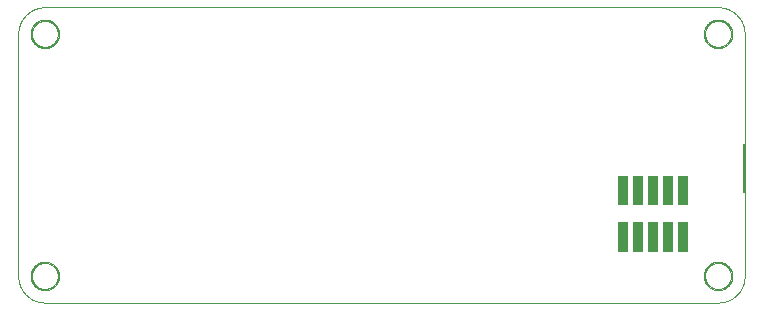
<source format=gbp>
G75*
%MOIN*%
%OFA0B0*%
%FSLAX25Y25*%
%IPPOS*%
%LPD*%
%AMOC8*
5,1,8,0,0,1.08239X$1,22.5*
%
%ADD10C,0.00039*%
%ADD11C,0.00000*%
%ADD12C,0.00394*%
%ADD13C,0.00087*%
%ADD14C,0.00500*%
D10*
X0111687Y0063551D02*
X0336097Y0063551D01*
X0336311Y0063554D01*
X0336525Y0063561D01*
X0336739Y0063574D01*
X0336952Y0063592D01*
X0337165Y0063616D01*
X0337377Y0063644D01*
X0337588Y0063677D01*
X0337799Y0063716D01*
X0338008Y0063760D01*
X0338217Y0063808D01*
X0338424Y0063862D01*
X0338630Y0063921D01*
X0338834Y0063985D01*
X0339037Y0064053D01*
X0339238Y0064127D01*
X0339437Y0064205D01*
X0339635Y0064288D01*
X0339830Y0064376D01*
X0340023Y0064468D01*
X0340214Y0064566D01*
X0340402Y0064667D01*
X0340588Y0064774D01*
X0340771Y0064884D01*
X0340951Y0065000D01*
X0341129Y0065119D01*
X0341304Y0065243D01*
X0341475Y0065371D01*
X0341644Y0065503D01*
X0341809Y0065639D01*
X0341971Y0065779D01*
X0342129Y0065923D01*
X0342284Y0066070D01*
X0342436Y0066222D01*
X0342583Y0066377D01*
X0342727Y0066535D01*
X0342867Y0066697D01*
X0343003Y0066862D01*
X0343135Y0067031D01*
X0343263Y0067202D01*
X0343387Y0067377D01*
X0343506Y0067555D01*
X0343622Y0067735D01*
X0343732Y0067918D01*
X0343839Y0068104D01*
X0343940Y0068292D01*
X0344038Y0068483D01*
X0344130Y0068676D01*
X0344218Y0068871D01*
X0344301Y0069069D01*
X0344379Y0069268D01*
X0344453Y0069469D01*
X0344521Y0069672D01*
X0344585Y0069876D01*
X0344644Y0070082D01*
X0344698Y0070289D01*
X0344746Y0070498D01*
X0344790Y0070707D01*
X0344829Y0070918D01*
X0344862Y0071129D01*
X0344890Y0071341D01*
X0344914Y0071554D01*
X0344932Y0071767D01*
X0344945Y0071981D01*
X0344952Y0072195D01*
X0344955Y0072409D01*
X0344955Y0153118D01*
X0344952Y0153332D01*
X0344945Y0153546D01*
X0344932Y0153760D01*
X0344914Y0153973D01*
X0344890Y0154186D01*
X0344862Y0154398D01*
X0344829Y0154609D01*
X0344790Y0154820D01*
X0344746Y0155029D01*
X0344698Y0155238D01*
X0344644Y0155445D01*
X0344585Y0155651D01*
X0344521Y0155855D01*
X0344453Y0156058D01*
X0344379Y0156259D01*
X0344301Y0156458D01*
X0344218Y0156656D01*
X0344130Y0156851D01*
X0344038Y0157044D01*
X0343940Y0157235D01*
X0343839Y0157423D01*
X0343732Y0157609D01*
X0343622Y0157792D01*
X0343506Y0157972D01*
X0343387Y0158150D01*
X0343263Y0158325D01*
X0343135Y0158496D01*
X0343003Y0158665D01*
X0342867Y0158830D01*
X0342727Y0158992D01*
X0342583Y0159150D01*
X0342436Y0159305D01*
X0342284Y0159457D01*
X0342129Y0159604D01*
X0341971Y0159748D01*
X0341809Y0159888D01*
X0341644Y0160024D01*
X0341475Y0160156D01*
X0341304Y0160284D01*
X0341129Y0160408D01*
X0340951Y0160527D01*
X0340771Y0160643D01*
X0340588Y0160753D01*
X0340402Y0160860D01*
X0340214Y0160961D01*
X0340023Y0161059D01*
X0339830Y0161151D01*
X0339635Y0161239D01*
X0339437Y0161322D01*
X0339238Y0161400D01*
X0339037Y0161474D01*
X0338834Y0161542D01*
X0338630Y0161606D01*
X0338424Y0161665D01*
X0338217Y0161719D01*
X0338008Y0161767D01*
X0337799Y0161811D01*
X0337588Y0161850D01*
X0337377Y0161883D01*
X0337165Y0161911D01*
X0336952Y0161935D01*
X0336739Y0161953D01*
X0336525Y0161966D01*
X0336311Y0161973D01*
X0336097Y0161976D01*
X0111687Y0161976D01*
X0111473Y0161973D01*
X0111259Y0161966D01*
X0111045Y0161953D01*
X0110832Y0161935D01*
X0110619Y0161911D01*
X0110407Y0161883D01*
X0110196Y0161850D01*
X0109985Y0161811D01*
X0109776Y0161767D01*
X0109567Y0161719D01*
X0109360Y0161665D01*
X0109154Y0161606D01*
X0108950Y0161542D01*
X0108747Y0161474D01*
X0108546Y0161400D01*
X0108347Y0161322D01*
X0108149Y0161239D01*
X0107954Y0161151D01*
X0107761Y0161059D01*
X0107570Y0160961D01*
X0107382Y0160860D01*
X0107196Y0160753D01*
X0107013Y0160643D01*
X0106833Y0160527D01*
X0106655Y0160408D01*
X0106480Y0160284D01*
X0106309Y0160156D01*
X0106140Y0160024D01*
X0105975Y0159888D01*
X0105813Y0159748D01*
X0105655Y0159604D01*
X0105500Y0159457D01*
X0105348Y0159305D01*
X0105201Y0159150D01*
X0105057Y0158992D01*
X0104917Y0158830D01*
X0104781Y0158665D01*
X0104649Y0158496D01*
X0104521Y0158325D01*
X0104397Y0158150D01*
X0104278Y0157972D01*
X0104162Y0157792D01*
X0104052Y0157609D01*
X0103945Y0157423D01*
X0103844Y0157235D01*
X0103746Y0157044D01*
X0103654Y0156851D01*
X0103566Y0156656D01*
X0103483Y0156458D01*
X0103405Y0156259D01*
X0103331Y0156058D01*
X0103263Y0155855D01*
X0103199Y0155651D01*
X0103140Y0155445D01*
X0103086Y0155238D01*
X0103038Y0155029D01*
X0102994Y0154820D01*
X0102955Y0154609D01*
X0102922Y0154398D01*
X0102894Y0154186D01*
X0102870Y0153973D01*
X0102852Y0153760D01*
X0102839Y0153546D01*
X0102832Y0153332D01*
X0102829Y0153118D01*
X0102829Y0072409D01*
X0102832Y0072195D01*
X0102839Y0071981D01*
X0102852Y0071767D01*
X0102870Y0071554D01*
X0102894Y0071341D01*
X0102922Y0071129D01*
X0102955Y0070918D01*
X0102994Y0070707D01*
X0103038Y0070498D01*
X0103086Y0070289D01*
X0103140Y0070082D01*
X0103199Y0069876D01*
X0103263Y0069672D01*
X0103331Y0069469D01*
X0103405Y0069268D01*
X0103483Y0069069D01*
X0103566Y0068871D01*
X0103654Y0068676D01*
X0103746Y0068483D01*
X0103844Y0068292D01*
X0103945Y0068104D01*
X0104052Y0067918D01*
X0104162Y0067735D01*
X0104278Y0067555D01*
X0104397Y0067377D01*
X0104521Y0067202D01*
X0104649Y0067031D01*
X0104781Y0066862D01*
X0104917Y0066697D01*
X0105057Y0066535D01*
X0105201Y0066377D01*
X0105348Y0066222D01*
X0105500Y0066070D01*
X0105655Y0065923D01*
X0105813Y0065779D01*
X0105975Y0065639D01*
X0106140Y0065503D01*
X0106309Y0065371D01*
X0106480Y0065243D01*
X0106655Y0065119D01*
X0106833Y0065000D01*
X0107013Y0064884D01*
X0107196Y0064774D01*
X0107382Y0064667D01*
X0107570Y0064566D01*
X0107761Y0064468D01*
X0107954Y0064376D01*
X0108149Y0064288D01*
X0108347Y0064205D01*
X0108546Y0064127D01*
X0108747Y0064053D01*
X0108950Y0063985D01*
X0109154Y0063921D01*
X0109360Y0063862D01*
X0109567Y0063808D01*
X0109776Y0063760D01*
X0109985Y0063716D01*
X0110196Y0063677D01*
X0110407Y0063644D01*
X0110619Y0063616D01*
X0110832Y0063592D01*
X0111045Y0063574D01*
X0111259Y0063561D01*
X0111473Y0063554D01*
X0111687Y0063551D01*
D11*
X0107356Y0072409D02*
X0107358Y0072540D01*
X0107364Y0072672D01*
X0107374Y0072803D01*
X0107388Y0072934D01*
X0107406Y0073064D01*
X0107428Y0073193D01*
X0107453Y0073322D01*
X0107483Y0073450D01*
X0107517Y0073577D01*
X0107554Y0073704D01*
X0107595Y0073828D01*
X0107640Y0073952D01*
X0107689Y0074074D01*
X0107741Y0074195D01*
X0107797Y0074313D01*
X0107857Y0074431D01*
X0107920Y0074546D01*
X0107987Y0074659D01*
X0108057Y0074771D01*
X0108130Y0074880D01*
X0108206Y0074986D01*
X0108286Y0075091D01*
X0108369Y0075193D01*
X0108455Y0075292D01*
X0108544Y0075389D01*
X0108636Y0075483D01*
X0108731Y0075574D01*
X0108828Y0075663D01*
X0108928Y0075748D01*
X0109031Y0075830D01*
X0109136Y0075909D01*
X0109243Y0075985D01*
X0109353Y0076057D01*
X0109465Y0076126D01*
X0109579Y0076192D01*
X0109694Y0076254D01*
X0109812Y0076313D01*
X0109931Y0076368D01*
X0110052Y0076420D01*
X0110175Y0076467D01*
X0110299Y0076511D01*
X0110424Y0076552D01*
X0110550Y0076588D01*
X0110678Y0076621D01*
X0110806Y0076649D01*
X0110935Y0076674D01*
X0111065Y0076695D01*
X0111195Y0076712D01*
X0111326Y0076725D01*
X0111457Y0076734D01*
X0111588Y0076739D01*
X0111720Y0076740D01*
X0111851Y0076737D01*
X0111983Y0076730D01*
X0112114Y0076719D01*
X0112244Y0076704D01*
X0112374Y0076685D01*
X0112504Y0076662D01*
X0112632Y0076636D01*
X0112760Y0076605D01*
X0112887Y0076570D01*
X0113013Y0076532D01*
X0113137Y0076490D01*
X0113261Y0076444D01*
X0113382Y0076394D01*
X0113502Y0076341D01*
X0113621Y0076284D01*
X0113738Y0076224D01*
X0113852Y0076160D01*
X0113965Y0076092D01*
X0114076Y0076021D01*
X0114185Y0075947D01*
X0114291Y0075870D01*
X0114395Y0075789D01*
X0114496Y0075706D01*
X0114595Y0075619D01*
X0114691Y0075529D01*
X0114784Y0075436D01*
X0114875Y0075341D01*
X0114962Y0075243D01*
X0115047Y0075142D01*
X0115128Y0075039D01*
X0115206Y0074933D01*
X0115281Y0074825D01*
X0115353Y0074715D01*
X0115421Y0074603D01*
X0115486Y0074489D01*
X0115547Y0074372D01*
X0115605Y0074254D01*
X0115659Y0074134D01*
X0115710Y0074013D01*
X0115757Y0073890D01*
X0115800Y0073766D01*
X0115839Y0073641D01*
X0115875Y0073514D01*
X0115906Y0073386D01*
X0115934Y0073258D01*
X0115958Y0073129D01*
X0115978Y0072999D01*
X0115994Y0072868D01*
X0116006Y0072737D01*
X0116014Y0072606D01*
X0116018Y0072475D01*
X0116018Y0072343D01*
X0116014Y0072212D01*
X0116006Y0072081D01*
X0115994Y0071950D01*
X0115978Y0071819D01*
X0115958Y0071689D01*
X0115934Y0071560D01*
X0115906Y0071432D01*
X0115875Y0071304D01*
X0115839Y0071177D01*
X0115800Y0071052D01*
X0115757Y0070928D01*
X0115710Y0070805D01*
X0115659Y0070684D01*
X0115605Y0070564D01*
X0115547Y0070446D01*
X0115486Y0070329D01*
X0115421Y0070215D01*
X0115353Y0070103D01*
X0115281Y0069993D01*
X0115206Y0069885D01*
X0115128Y0069779D01*
X0115047Y0069676D01*
X0114962Y0069575D01*
X0114875Y0069477D01*
X0114784Y0069382D01*
X0114691Y0069289D01*
X0114595Y0069199D01*
X0114496Y0069112D01*
X0114395Y0069029D01*
X0114291Y0068948D01*
X0114185Y0068871D01*
X0114076Y0068797D01*
X0113965Y0068726D01*
X0113853Y0068658D01*
X0113738Y0068594D01*
X0113621Y0068534D01*
X0113502Y0068477D01*
X0113382Y0068424D01*
X0113261Y0068374D01*
X0113137Y0068328D01*
X0113013Y0068286D01*
X0112887Y0068248D01*
X0112760Y0068213D01*
X0112632Y0068182D01*
X0112504Y0068156D01*
X0112374Y0068133D01*
X0112244Y0068114D01*
X0112114Y0068099D01*
X0111983Y0068088D01*
X0111851Y0068081D01*
X0111720Y0068078D01*
X0111588Y0068079D01*
X0111457Y0068084D01*
X0111326Y0068093D01*
X0111195Y0068106D01*
X0111065Y0068123D01*
X0110935Y0068144D01*
X0110806Y0068169D01*
X0110678Y0068197D01*
X0110550Y0068230D01*
X0110424Y0068266D01*
X0110299Y0068307D01*
X0110175Y0068351D01*
X0110052Y0068398D01*
X0109931Y0068450D01*
X0109812Y0068505D01*
X0109694Y0068564D01*
X0109579Y0068626D01*
X0109465Y0068692D01*
X0109353Y0068761D01*
X0109243Y0068833D01*
X0109136Y0068909D01*
X0109031Y0068988D01*
X0108928Y0069070D01*
X0108828Y0069155D01*
X0108731Y0069244D01*
X0108636Y0069335D01*
X0108544Y0069429D01*
X0108455Y0069526D01*
X0108369Y0069625D01*
X0108286Y0069727D01*
X0108206Y0069832D01*
X0108130Y0069938D01*
X0108057Y0070047D01*
X0107987Y0070159D01*
X0107920Y0070272D01*
X0107857Y0070387D01*
X0107797Y0070505D01*
X0107741Y0070623D01*
X0107689Y0070744D01*
X0107640Y0070866D01*
X0107595Y0070990D01*
X0107554Y0071114D01*
X0107517Y0071241D01*
X0107483Y0071368D01*
X0107453Y0071496D01*
X0107428Y0071625D01*
X0107406Y0071754D01*
X0107388Y0071884D01*
X0107374Y0072015D01*
X0107364Y0072146D01*
X0107358Y0072278D01*
X0107356Y0072409D01*
X0107356Y0153118D02*
X0107358Y0153249D01*
X0107364Y0153381D01*
X0107374Y0153512D01*
X0107388Y0153643D01*
X0107406Y0153773D01*
X0107428Y0153902D01*
X0107453Y0154031D01*
X0107483Y0154159D01*
X0107517Y0154286D01*
X0107554Y0154413D01*
X0107595Y0154537D01*
X0107640Y0154661D01*
X0107689Y0154783D01*
X0107741Y0154904D01*
X0107797Y0155022D01*
X0107857Y0155140D01*
X0107920Y0155255D01*
X0107987Y0155368D01*
X0108057Y0155480D01*
X0108130Y0155589D01*
X0108206Y0155695D01*
X0108286Y0155800D01*
X0108369Y0155902D01*
X0108455Y0156001D01*
X0108544Y0156098D01*
X0108636Y0156192D01*
X0108731Y0156283D01*
X0108828Y0156372D01*
X0108928Y0156457D01*
X0109031Y0156539D01*
X0109136Y0156618D01*
X0109243Y0156694D01*
X0109353Y0156766D01*
X0109465Y0156835D01*
X0109579Y0156901D01*
X0109694Y0156963D01*
X0109812Y0157022D01*
X0109931Y0157077D01*
X0110052Y0157129D01*
X0110175Y0157176D01*
X0110299Y0157220D01*
X0110424Y0157261D01*
X0110550Y0157297D01*
X0110678Y0157330D01*
X0110806Y0157358D01*
X0110935Y0157383D01*
X0111065Y0157404D01*
X0111195Y0157421D01*
X0111326Y0157434D01*
X0111457Y0157443D01*
X0111588Y0157448D01*
X0111720Y0157449D01*
X0111851Y0157446D01*
X0111983Y0157439D01*
X0112114Y0157428D01*
X0112244Y0157413D01*
X0112374Y0157394D01*
X0112504Y0157371D01*
X0112632Y0157345D01*
X0112760Y0157314D01*
X0112887Y0157279D01*
X0113013Y0157241D01*
X0113137Y0157199D01*
X0113261Y0157153D01*
X0113382Y0157103D01*
X0113502Y0157050D01*
X0113621Y0156993D01*
X0113738Y0156933D01*
X0113852Y0156869D01*
X0113965Y0156801D01*
X0114076Y0156730D01*
X0114185Y0156656D01*
X0114291Y0156579D01*
X0114395Y0156498D01*
X0114496Y0156415D01*
X0114595Y0156328D01*
X0114691Y0156238D01*
X0114784Y0156145D01*
X0114875Y0156050D01*
X0114962Y0155952D01*
X0115047Y0155851D01*
X0115128Y0155748D01*
X0115206Y0155642D01*
X0115281Y0155534D01*
X0115353Y0155424D01*
X0115421Y0155312D01*
X0115486Y0155198D01*
X0115547Y0155081D01*
X0115605Y0154963D01*
X0115659Y0154843D01*
X0115710Y0154722D01*
X0115757Y0154599D01*
X0115800Y0154475D01*
X0115839Y0154350D01*
X0115875Y0154223D01*
X0115906Y0154095D01*
X0115934Y0153967D01*
X0115958Y0153838D01*
X0115978Y0153708D01*
X0115994Y0153577D01*
X0116006Y0153446D01*
X0116014Y0153315D01*
X0116018Y0153184D01*
X0116018Y0153052D01*
X0116014Y0152921D01*
X0116006Y0152790D01*
X0115994Y0152659D01*
X0115978Y0152528D01*
X0115958Y0152398D01*
X0115934Y0152269D01*
X0115906Y0152141D01*
X0115875Y0152013D01*
X0115839Y0151886D01*
X0115800Y0151761D01*
X0115757Y0151637D01*
X0115710Y0151514D01*
X0115659Y0151393D01*
X0115605Y0151273D01*
X0115547Y0151155D01*
X0115486Y0151038D01*
X0115421Y0150924D01*
X0115353Y0150812D01*
X0115281Y0150702D01*
X0115206Y0150594D01*
X0115128Y0150488D01*
X0115047Y0150385D01*
X0114962Y0150284D01*
X0114875Y0150186D01*
X0114784Y0150091D01*
X0114691Y0149998D01*
X0114595Y0149908D01*
X0114496Y0149821D01*
X0114395Y0149738D01*
X0114291Y0149657D01*
X0114185Y0149580D01*
X0114076Y0149506D01*
X0113965Y0149435D01*
X0113853Y0149367D01*
X0113738Y0149303D01*
X0113621Y0149243D01*
X0113502Y0149186D01*
X0113382Y0149133D01*
X0113261Y0149083D01*
X0113137Y0149037D01*
X0113013Y0148995D01*
X0112887Y0148957D01*
X0112760Y0148922D01*
X0112632Y0148891D01*
X0112504Y0148865D01*
X0112374Y0148842D01*
X0112244Y0148823D01*
X0112114Y0148808D01*
X0111983Y0148797D01*
X0111851Y0148790D01*
X0111720Y0148787D01*
X0111588Y0148788D01*
X0111457Y0148793D01*
X0111326Y0148802D01*
X0111195Y0148815D01*
X0111065Y0148832D01*
X0110935Y0148853D01*
X0110806Y0148878D01*
X0110678Y0148906D01*
X0110550Y0148939D01*
X0110424Y0148975D01*
X0110299Y0149016D01*
X0110175Y0149060D01*
X0110052Y0149107D01*
X0109931Y0149159D01*
X0109812Y0149214D01*
X0109694Y0149273D01*
X0109579Y0149335D01*
X0109465Y0149401D01*
X0109353Y0149470D01*
X0109243Y0149542D01*
X0109136Y0149618D01*
X0109031Y0149697D01*
X0108928Y0149779D01*
X0108828Y0149864D01*
X0108731Y0149953D01*
X0108636Y0150044D01*
X0108544Y0150138D01*
X0108455Y0150235D01*
X0108369Y0150334D01*
X0108286Y0150436D01*
X0108206Y0150541D01*
X0108130Y0150647D01*
X0108057Y0150756D01*
X0107987Y0150868D01*
X0107920Y0150981D01*
X0107857Y0151096D01*
X0107797Y0151214D01*
X0107741Y0151332D01*
X0107689Y0151453D01*
X0107640Y0151575D01*
X0107595Y0151699D01*
X0107554Y0151823D01*
X0107517Y0151950D01*
X0107483Y0152077D01*
X0107453Y0152205D01*
X0107428Y0152334D01*
X0107406Y0152463D01*
X0107388Y0152593D01*
X0107374Y0152724D01*
X0107364Y0152855D01*
X0107358Y0152987D01*
X0107356Y0153118D01*
X0331766Y0153118D02*
X0331768Y0153249D01*
X0331774Y0153381D01*
X0331784Y0153512D01*
X0331798Y0153643D01*
X0331816Y0153773D01*
X0331838Y0153902D01*
X0331863Y0154031D01*
X0331893Y0154159D01*
X0331927Y0154286D01*
X0331964Y0154413D01*
X0332005Y0154537D01*
X0332050Y0154661D01*
X0332099Y0154783D01*
X0332151Y0154904D01*
X0332207Y0155022D01*
X0332267Y0155140D01*
X0332330Y0155255D01*
X0332397Y0155368D01*
X0332467Y0155480D01*
X0332540Y0155589D01*
X0332616Y0155695D01*
X0332696Y0155800D01*
X0332779Y0155902D01*
X0332865Y0156001D01*
X0332954Y0156098D01*
X0333046Y0156192D01*
X0333141Y0156283D01*
X0333238Y0156372D01*
X0333338Y0156457D01*
X0333441Y0156539D01*
X0333546Y0156618D01*
X0333653Y0156694D01*
X0333763Y0156766D01*
X0333875Y0156835D01*
X0333989Y0156901D01*
X0334104Y0156963D01*
X0334222Y0157022D01*
X0334341Y0157077D01*
X0334462Y0157129D01*
X0334585Y0157176D01*
X0334709Y0157220D01*
X0334834Y0157261D01*
X0334960Y0157297D01*
X0335088Y0157330D01*
X0335216Y0157358D01*
X0335345Y0157383D01*
X0335475Y0157404D01*
X0335605Y0157421D01*
X0335736Y0157434D01*
X0335867Y0157443D01*
X0335998Y0157448D01*
X0336130Y0157449D01*
X0336261Y0157446D01*
X0336393Y0157439D01*
X0336524Y0157428D01*
X0336654Y0157413D01*
X0336784Y0157394D01*
X0336914Y0157371D01*
X0337042Y0157345D01*
X0337170Y0157314D01*
X0337297Y0157279D01*
X0337423Y0157241D01*
X0337547Y0157199D01*
X0337671Y0157153D01*
X0337792Y0157103D01*
X0337912Y0157050D01*
X0338031Y0156993D01*
X0338148Y0156933D01*
X0338262Y0156869D01*
X0338375Y0156801D01*
X0338486Y0156730D01*
X0338595Y0156656D01*
X0338701Y0156579D01*
X0338805Y0156498D01*
X0338906Y0156415D01*
X0339005Y0156328D01*
X0339101Y0156238D01*
X0339194Y0156145D01*
X0339285Y0156050D01*
X0339372Y0155952D01*
X0339457Y0155851D01*
X0339538Y0155748D01*
X0339616Y0155642D01*
X0339691Y0155534D01*
X0339763Y0155424D01*
X0339831Y0155312D01*
X0339896Y0155198D01*
X0339957Y0155081D01*
X0340015Y0154963D01*
X0340069Y0154843D01*
X0340120Y0154722D01*
X0340167Y0154599D01*
X0340210Y0154475D01*
X0340249Y0154350D01*
X0340285Y0154223D01*
X0340316Y0154095D01*
X0340344Y0153967D01*
X0340368Y0153838D01*
X0340388Y0153708D01*
X0340404Y0153577D01*
X0340416Y0153446D01*
X0340424Y0153315D01*
X0340428Y0153184D01*
X0340428Y0153052D01*
X0340424Y0152921D01*
X0340416Y0152790D01*
X0340404Y0152659D01*
X0340388Y0152528D01*
X0340368Y0152398D01*
X0340344Y0152269D01*
X0340316Y0152141D01*
X0340285Y0152013D01*
X0340249Y0151886D01*
X0340210Y0151761D01*
X0340167Y0151637D01*
X0340120Y0151514D01*
X0340069Y0151393D01*
X0340015Y0151273D01*
X0339957Y0151155D01*
X0339896Y0151038D01*
X0339831Y0150924D01*
X0339763Y0150812D01*
X0339691Y0150702D01*
X0339616Y0150594D01*
X0339538Y0150488D01*
X0339457Y0150385D01*
X0339372Y0150284D01*
X0339285Y0150186D01*
X0339194Y0150091D01*
X0339101Y0149998D01*
X0339005Y0149908D01*
X0338906Y0149821D01*
X0338805Y0149738D01*
X0338701Y0149657D01*
X0338595Y0149580D01*
X0338486Y0149506D01*
X0338375Y0149435D01*
X0338263Y0149367D01*
X0338148Y0149303D01*
X0338031Y0149243D01*
X0337912Y0149186D01*
X0337792Y0149133D01*
X0337671Y0149083D01*
X0337547Y0149037D01*
X0337423Y0148995D01*
X0337297Y0148957D01*
X0337170Y0148922D01*
X0337042Y0148891D01*
X0336914Y0148865D01*
X0336784Y0148842D01*
X0336654Y0148823D01*
X0336524Y0148808D01*
X0336393Y0148797D01*
X0336261Y0148790D01*
X0336130Y0148787D01*
X0335998Y0148788D01*
X0335867Y0148793D01*
X0335736Y0148802D01*
X0335605Y0148815D01*
X0335475Y0148832D01*
X0335345Y0148853D01*
X0335216Y0148878D01*
X0335088Y0148906D01*
X0334960Y0148939D01*
X0334834Y0148975D01*
X0334709Y0149016D01*
X0334585Y0149060D01*
X0334462Y0149107D01*
X0334341Y0149159D01*
X0334222Y0149214D01*
X0334104Y0149273D01*
X0333989Y0149335D01*
X0333875Y0149401D01*
X0333763Y0149470D01*
X0333653Y0149542D01*
X0333546Y0149618D01*
X0333441Y0149697D01*
X0333338Y0149779D01*
X0333238Y0149864D01*
X0333141Y0149953D01*
X0333046Y0150044D01*
X0332954Y0150138D01*
X0332865Y0150235D01*
X0332779Y0150334D01*
X0332696Y0150436D01*
X0332616Y0150541D01*
X0332540Y0150647D01*
X0332467Y0150756D01*
X0332397Y0150868D01*
X0332330Y0150981D01*
X0332267Y0151096D01*
X0332207Y0151214D01*
X0332151Y0151332D01*
X0332099Y0151453D01*
X0332050Y0151575D01*
X0332005Y0151699D01*
X0331964Y0151823D01*
X0331927Y0151950D01*
X0331893Y0152077D01*
X0331863Y0152205D01*
X0331838Y0152334D01*
X0331816Y0152463D01*
X0331798Y0152593D01*
X0331784Y0152724D01*
X0331774Y0152855D01*
X0331768Y0152987D01*
X0331766Y0153118D01*
X0331766Y0072409D02*
X0331768Y0072540D01*
X0331774Y0072672D01*
X0331784Y0072803D01*
X0331798Y0072934D01*
X0331816Y0073064D01*
X0331838Y0073193D01*
X0331863Y0073322D01*
X0331893Y0073450D01*
X0331927Y0073577D01*
X0331964Y0073704D01*
X0332005Y0073828D01*
X0332050Y0073952D01*
X0332099Y0074074D01*
X0332151Y0074195D01*
X0332207Y0074313D01*
X0332267Y0074431D01*
X0332330Y0074546D01*
X0332397Y0074659D01*
X0332467Y0074771D01*
X0332540Y0074880D01*
X0332616Y0074986D01*
X0332696Y0075091D01*
X0332779Y0075193D01*
X0332865Y0075292D01*
X0332954Y0075389D01*
X0333046Y0075483D01*
X0333141Y0075574D01*
X0333238Y0075663D01*
X0333338Y0075748D01*
X0333441Y0075830D01*
X0333546Y0075909D01*
X0333653Y0075985D01*
X0333763Y0076057D01*
X0333875Y0076126D01*
X0333989Y0076192D01*
X0334104Y0076254D01*
X0334222Y0076313D01*
X0334341Y0076368D01*
X0334462Y0076420D01*
X0334585Y0076467D01*
X0334709Y0076511D01*
X0334834Y0076552D01*
X0334960Y0076588D01*
X0335088Y0076621D01*
X0335216Y0076649D01*
X0335345Y0076674D01*
X0335475Y0076695D01*
X0335605Y0076712D01*
X0335736Y0076725D01*
X0335867Y0076734D01*
X0335998Y0076739D01*
X0336130Y0076740D01*
X0336261Y0076737D01*
X0336393Y0076730D01*
X0336524Y0076719D01*
X0336654Y0076704D01*
X0336784Y0076685D01*
X0336914Y0076662D01*
X0337042Y0076636D01*
X0337170Y0076605D01*
X0337297Y0076570D01*
X0337423Y0076532D01*
X0337547Y0076490D01*
X0337671Y0076444D01*
X0337792Y0076394D01*
X0337912Y0076341D01*
X0338031Y0076284D01*
X0338148Y0076224D01*
X0338262Y0076160D01*
X0338375Y0076092D01*
X0338486Y0076021D01*
X0338595Y0075947D01*
X0338701Y0075870D01*
X0338805Y0075789D01*
X0338906Y0075706D01*
X0339005Y0075619D01*
X0339101Y0075529D01*
X0339194Y0075436D01*
X0339285Y0075341D01*
X0339372Y0075243D01*
X0339457Y0075142D01*
X0339538Y0075039D01*
X0339616Y0074933D01*
X0339691Y0074825D01*
X0339763Y0074715D01*
X0339831Y0074603D01*
X0339896Y0074489D01*
X0339957Y0074372D01*
X0340015Y0074254D01*
X0340069Y0074134D01*
X0340120Y0074013D01*
X0340167Y0073890D01*
X0340210Y0073766D01*
X0340249Y0073641D01*
X0340285Y0073514D01*
X0340316Y0073386D01*
X0340344Y0073258D01*
X0340368Y0073129D01*
X0340388Y0072999D01*
X0340404Y0072868D01*
X0340416Y0072737D01*
X0340424Y0072606D01*
X0340428Y0072475D01*
X0340428Y0072343D01*
X0340424Y0072212D01*
X0340416Y0072081D01*
X0340404Y0071950D01*
X0340388Y0071819D01*
X0340368Y0071689D01*
X0340344Y0071560D01*
X0340316Y0071432D01*
X0340285Y0071304D01*
X0340249Y0071177D01*
X0340210Y0071052D01*
X0340167Y0070928D01*
X0340120Y0070805D01*
X0340069Y0070684D01*
X0340015Y0070564D01*
X0339957Y0070446D01*
X0339896Y0070329D01*
X0339831Y0070215D01*
X0339763Y0070103D01*
X0339691Y0069993D01*
X0339616Y0069885D01*
X0339538Y0069779D01*
X0339457Y0069676D01*
X0339372Y0069575D01*
X0339285Y0069477D01*
X0339194Y0069382D01*
X0339101Y0069289D01*
X0339005Y0069199D01*
X0338906Y0069112D01*
X0338805Y0069029D01*
X0338701Y0068948D01*
X0338595Y0068871D01*
X0338486Y0068797D01*
X0338375Y0068726D01*
X0338263Y0068658D01*
X0338148Y0068594D01*
X0338031Y0068534D01*
X0337912Y0068477D01*
X0337792Y0068424D01*
X0337671Y0068374D01*
X0337547Y0068328D01*
X0337423Y0068286D01*
X0337297Y0068248D01*
X0337170Y0068213D01*
X0337042Y0068182D01*
X0336914Y0068156D01*
X0336784Y0068133D01*
X0336654Y0068114D01*
X0336524Y0068099D01*
X0336393Y0068088D01*
X0336261Y0068081D01*
X0336130Y0068078D01*
X0335998Y0068079D01*
X0335867Y0068084D01*
X0335736Y0068093D01*
X0335605Y0068106D01*
X0335475Y0068123D01*
X0335345Y0068144D01*
X0335216Y0068169D01*
X0335088Y0068197D01*
X0334960Y0068230D01*
X0334834Y0068266D01*
X0334709Y0068307D01*
X0334585Y0068351D01*
X0334462Y0068398D01*
X0334341Y0068450D01*
X0334222Y0068505D01*
X0334104Y0068564D01*
X0333989Y0068626D01*
X0333875Y0068692D01*
X0333763Y0068761D01*
X0333653Y0068833D01*
X0333546Y0068909D01*
X0333441Y0068988D01*
X0333338Y0069070D01*
X0333238Y0069155D01*
X0333141Y0069244D01*
X0333046Y0069335D01*
X0332954Y0069429D01*
X0332865Y0069526D01*
X0332779Y0069625D01*
X0332696Y0069727D01*
X0332616Y0069832D01*
X0332540Y0069938D01*
X0332467Y0070047D01*
X0332397Y0070159D01*
X0332330Y0070272D01*
X0332267Y0070387D01*
X0332207Y0070505D01*
X0332151Y0070623D01*
X0332099Y0070744D01*
X0332050Y0070866D01*
X0332005Y0070990D01*
X0331964Y0071114D01*
X0331927Y0071241D01*
X0331893Y0071368D01*
X0331863Y0071496D01*
X0331838Y0071625D01*
X0331816Y0071754D01*
X0331798Y0071884D01*
X0331784Y0072015D01*
X0331774Y0072146D01*
X0331768Y0072278D01*
X0331766Y0072409D01*
D12*
X0331347Y0072409D02*
X0331349Y0072547D01*
X0331355Y0072684D01*
X0331365Y0072821D01*
X0331379Y0072958D01*
X0331397Y0073094D01*
X0331419Y0073230D01*
X0331444Y0073365D01*
X0331474Y0073499D01*
X0331507Y0073633D01*
X0331545Y0073765D01*
X0331586Y0073896D01*
X0331631Y0074026D01*
X0331680Y0074155D01*
X0331732Y0074282D01*
X0331788Y0074408D01*
X0331848Y0074532D01*
X0331911Y0074654D01*
X0331978Y0074774D01*
X0332048Y0074892D01*
X0332121Y0075009D01*
X0332198Y0075123D01*
X0332279Y0075234D01*
X0332362Y0075344D01*
X0332448Y0075451D01*
X0332538Y0075555D01*
X0332631Y0075657D01*
X0332726Y0075756D01*
X0332824Y0075852D01*
X0332925Y0075945D01*
X0333029Y0076035D01*
X0333135Y0076123D01*
X0333244Y0076207D01*
X0333355Y0076288D01*
X0333469Y0076366D01*
X0333584Y0076440D01*
X0333702Y0076511D01*
X0333822Y0076579D01*
X0333944Y0076643D01*
X0334067Y0076703D01*
X0334192Y0076760D01*
X0334319Y0076814D01*
X0334447Y0076863D01*
X0334577Y0076909D01*
X0334708Y0076951D01*
X0334840Y0076990D01*
X0334973Y0077024D01*
X0335107Y0077055D01*
X0335242Y0077081D01*
X0335378Y0077104D01*
X0335514Y0077123D01*
X0335651Y0077138D01*
X0335788Y0077149D01*
X0335925Y0077156D01*
X0336063Y0077159D01*
X0336200Y0077158D01*
X0336338Y0077153D01*
X0336475Y0077144D01*
X0336612Y0077131D01*
X0336748Y0077114D01*
X0336884Y0077093D01*
X0337019Y0077069D01*
X0337154Y0077040D01*
X0337288Y0077007D01*
X0337420Y0076971D01*
X0337552Y0076931D01*
X0337682Y0076887D01*
X0337811Y0076839D01*
X0337939Y0076787D01*
X0338065Y0076732D01*
X0338189Y0076674D01*
X0338311Y0076611D01*
X0338432Y0076545D01*
X0338551Y0076476D01*
X0338668Y0076403D01*
X0338782Y0076327D01*
X0338895Y0076248D01*
X0339005Y0076165D01*
X0339112Y0076079D01*
X0339217Y0075991D01*
X0339319Y0075899D01*
X0339419Y0075804D01*
X0339516Y0075706D01*
X0339610Y0075606D01*
X0339701Y0075503D01*
X0339789Y0075397D01*
X0339874Y0075289D01*
X0339956Y0075179D01*
X0340035Y0075066D01*
X0340110Y0074951D01*
X0340182Y0074833D01*
X0340250Y0074714D01*
X0340315Y0074593D01*
X0340377Y0074470D01*
X0340434Y0074345D01*
X0340489Y0074219D01*
X0340539Y0074091D01*
X0340586Y0073962D01*
X0340629Y0073831D01*
X0340668Y0073699D01*
X0340704Y0073566D01*
X0340735Y0073432D01*
X0340763Y0073298D01*
X0340787Y0073162D01*
X0340807Y0073026D01*
X0340823Y0072890D01*
X0340835Y0072753D01*
X0340843Y0072615D01*
X0340847Y0072478D01*
X0340847Y0072340D01*
X0340843Y0072203D01*
X0340835Y0072065D01*
X0340823Y0071928D01*
X0340807Y0071792D01*
X0340787Y0071656D01*
X0340763Y0071520D01*
X0340735Y0071386D01*
X0340704Y0071252D01*
X0340668Y0071119D01*
X0340629Y0070987D01*
X0340586Y0070856D01*
X0340539Y0070727D01*
X0340489Y0070599D01*
X0340434Y0070473D01*
X0340377Y0070348D01*
X0340315Y0070225D01*
X0340250Y0070104D01*
X0340182Y0069985D01*
X0340110Y0069867D01*
X0340035Y0069752D01*
X0339956Y0069639D01*
X0339874Y0069529D01*
X0339789Y0069421D01*
X0339701Y0069315D01*
X0339610Y0069212D01*
X0339516Y0069112D01*
X0339419Y0069014D01*
X0339319Y0068919D01*
X0339217Y0068827D01*
X0339112Y0068739D01*
X0339005Y0068653D01*
X0338895Y0068570D01*
X0338782Y0068491D01*
X0338668Y0068415D01*
X0338551Y0068342D01*
X0338432Y0068273D01*
X0338311Y0068207D01*
X0338189Y0068144D01*
X0338065Y0068086D01*
X0337939Y0068031D01*
X0337811Y0067979D01*
X0337682Y0067931D01*
X0337552Y0067887D01*
X0337420Y0067847D01*
X0337288Y0067811D01*
X0337154Y0067778D01*
X0337019Y0067749D01*
X0336884Y0067725D01*
X0336748Y0067704D01*
X0336612Y0067687D01*
X0336475Y0067674D01*
X0336338Y0067665D01*
X0336200Y0067660D01*
X0336063Y0067659D01*
X0335925Y0067662D01*
X0335788Y0067669D01*
X0335651Y0067680D01*
X0335514Y0067695D01*
X0335378Y0067714D01*
X0335242Y0067737D01*
X0335107Y0067763D01*
X0334973Y0067794D01*
X0334840Y0067828D01*
X0334708Y0067867D01*
X0334577Y0067909D01*
X0334447Y0067955D01*
X0334319Y0068004D01*
X0334192Y0068058D01*
X0334067Y0068115D01*
X0333944Y0068175D01*
X0333822Y0068239D01*
X0333702Y0068307D01*
X0333584Y0068378D01*
X0333469Y0068452D01*
X0333355Y0068530D01*
X0333244Y0068611D01*
X0333135Y0068695D01*
X0333029Y0068783D01*
X0332925Y0068873D01*
X0332824Y0068966D01*
X0332726Y0069062D01*
X0332631Y0069161D01*
X0332538Y0069263D01*
X0332448Y0069367D01*
X0332362Y0069474D01*
X0332279Y0069584D01*
X0332198Y0069695D01*
X0332121Y0069809D01*
X0332048Y0069926D01*
X0331978Y0070044D01*
X0331911Y0070164D01*
X0331848Y0070286D01*
X0331788Y0070410D01*
X0331732Y0070536D01*
X0331680Y0070663D01*
X0331631Y0070792D01*
X0331586Y0070922D01*
X0331545Y0071053D01*
X0331507Y0071185D01*
X0331474Y0071319D01*
X0331444Y0071453D01*
X0331419Y0071588D01*
X0331397Y0071724D01*
X0331379Y0071860D01*
X0331365Y0071997D01*
X0331355Y0072134D01*
X0331349Y0072271D01*
X0331347Y0072409D01*
X0331347Y0153118D02*
X0331349Y0153256D01*
X0331355Y0153393D01*
X0331365Y0153530D01*
X0331379Y0153667D01*
X0331397Y0153803D01*
X0331419Y0153939D01*
X0331444Y0154074D01*
X0331474Y0154208D01*
X0331507Y0154342D01*
X0331545Y0154474D01*
X0331586Y0154605D01*
X0331631Y0154735D01*
X0331680Y0154864D01*
X0331732Y0154991D01*
X0331788Y0155117D01*
X0331848Y0155241D01*
X0331911Y0155363D01*
X0331978Y0155483D01*
X0332048Y0155601D01*
X0332121Y0155718D01*
X0332198Y0155832D01*
X0332279Y0155943D01*
X0332362Y0156053D01*
X0332448Y0156160D01*
X0332538Y0156264D01*
X0332631Y0156366D01*
X0332726Y0156465D01*
X0332824Y0156561D01*
X0332925Y0156654D01*
X0333029Y0156744D01*
X0333135Y0156832D01*
X0333244Y0156916D01*
X0333355Y0156997D01*
X0333469Y0157075D01*
X0333584Y0157149D01*
X0333702Y0157220D01*
X0333822Y0157288D01*
X0333944Y0157352D01*
X0334067Y0157412D01*
X0334192Y0157469D01*
X0334319Y0157523D01*
X0334447Y0157572D01*
X0334577Y0157618D01*
X0334708Y0157660D01*
X0334840Y0157699D01*
X0334973Y0157733D01*
X0335107Y0157764D01*
X0335242Y0157790D01*
X0335378Y0157813D01*
X0335514Y0157832D01*
X0335651Y0157847D01*
X0335788Y0157858D01*
X0335925Y0157865D01*
X0336063Y0157868D01*
X0336200Y0157867D01*
X0336338Y0157862D01*
X0336475Y0157853D01*
X0336612Y0157840D01*
X0336748Y0157823D01*
X0336884Y0157802D01*
X0337019Y0157778D01*
X0337154Y0157749D01*
X0337288Y0157716D01*
X0337420Y0157680D01*
X0337552Y0157640D01*
X0337682Y0157596D01*
X0337811Y0157548D01*
X0337939Y0157496D01*
X0338065Y0157441D01*
X0338189Y0157383D01*
X0338311Y0157320D01*
X0338432Y0157254D01*
X0338551Y0157185D01*
X0338668Y0157112D01*
X0338782Y0157036D01*
X0338895Y0156957D01*
X0339005Y0156874D01*
X0339112Y0156788D01*
X0339217Y0156700D01*
X0339319Y0156608D01*
X0339419Y0156513D01*
X0339516Y0156415D01*
X0339610Y0156315D01*
X0339701Y0156212D01*
X0339789Y0156106D01*
X0339874Y0155998D01*
X0339956Y0155888D01*
X0340035Y0155775D01*
X0340110Y0155660D01*
X0340182Y0155542D01*
X0340250Y0155423D01*
X0340315Y0155302D01*
X0340377Y0155179D01*
X0340434Y0155054D01*
X0340489Y0154928D01*
X0340539Y0154800D01*
X0340586Y0154671D01*
X0340629Y0154540D01*
X0340668Y0154408D01*
X0340704Y0154275D01*
X0340735Y0154141D01*
X0340763Y0154007D01*
X0340787Y0153871D01*
X0340807Y0153735D01*
X0340823Y0153599D01*
X0340835Y0153462D01*
X0340843Y0153324D01*
X0340847Y0153187D01*
X0340847Y0153049D01*
X0340843Y0152912D01*
X0340835Y0152774D01*
X0340823Y0152637D01*
X0340807Y0152501D01*
X0340787Y0152365D01*
X0340763Y0152229D01*
X0340735Y0152095D01*
X0340704Y0151961D01*
X0340668Y0151828D01*
X0340629Y0151696D01*
X0340586Y0151565D01*
X0340539Y0151436D01*
X0340489Y0151308D01*
X0340434Y0151182D01*
X0340377Y0151057D01*
X0340315Y0150934D01*
X0340250Y0150813D01*
X0340182Y0150694D01*
X0340110Y0150576D01*
X0340035Y0150461D01*
X0339956Y0150348D01*
X0339874Y0150238D01*
X0339789Y0150130D01*
X0339701Y0150024D01*
X0339610Y0149921D01*
X0339516Y0149821D01*
X0339419Y0149723D01*
X0339319Y0149628D01*
X0339217Y0149536D01*
X0339112Y0149448D01*
X0339005Y0149362D01*
X0338895Y0149279D01*
X0338782Y0149200D01*
X0338668Y0149124D01*
X0338551Y0149051D01*
X0338432Y0148982D01*
X0338311Y0148916D01*
X0338189Y0148853D01*
X0338065Y0148795D01*
X0337939Y0148740D01*
X0337811Y0148688D01*
X0337682Y0148640D01*
X0337552Y0148596D01*
X0337420Y0148556D01*
X0337288Y0148520D01*
X0337154Y0148487D01*
X0337019Y0148458D01*
X0336884Y0148434D01*
X0336748Y0148413D01*
X0336612Y0148396D01*
X0336475Y0148383D01*
X0336338Y0148374D01*
X0336200Y0148369D01*
X0336063Y0148368D01*
X0335925Y0148371D01*
X0335788Y0148378D01*
X0335651Y0148389D01*
X0335514Y0148404D01*
X0335378Y0148423D01*
X0335242Y0148446D01*
X0335107Y0148472D01*
X0334973Y0148503D01*
X0334840Y0148537D01*
X0334708Y0148576D01*
X0334577Y0148618D01*
X0334447Y0148664D01*
X0334319Y0148713D01*
X0334192Y0148767D01*
X0334067Y0148824D01*
X0333944Y0148884D01*
X0333822Y0148948D01*
X0333702Y0149016D01*
X0333584Y0149087D01*
X0333469Y0149161D01*
X0333355Y0149239D01*
X0333244Y0149320D01*
X0333135Y0149404D01*
X0333029Y0149492D01*
X0332925Y0149582D01*
X0332824Y0149675D01*
X0332726Y0149771D01*
X0332631Y0149870D01*
X0332538Y0149972D01*
X0332448Y0150076D01*
X0332362Y0150183D01*
X0332279Y0150293D01*
X0332198Y0150404D01*
X0332121Y0150518D01*
X0332048Y0150635D01*
X0331978Y0150753D01*
X0331911Y0150873D01*
X0331848Y0150995D01*
X0331788Y0151119D01*
X0331732Y0151245D01*
X0331680Y0151372D01*
X0331631Y0151501D01*
X0331586Y0151631D01*
X0331545Y0151762D01*
X0331507Y0151894D01*
X0331474Y0152028D01*
X0331444Y0152162D01*
X0331419Y0152297D01*
X0331397Y0152433D01*
X0331379Y0152569D01*
X0331365Y0152706D01*
X0331355Y0152843D01*
X0331349Y0152980D01*
X0331347Y0153118D01*
X0106937Y0153118D02*
X0106939Y0153256D01*
X0106945Y0153393D01*
X0106955Y0153530D01*
X0106969Y0153667D01*
X0106987Y0153803D01*
X0107009Y0153939D01*
X0107034Y0154074D01*
X0107064Y0154208D01*
X0107097Y0154342D01*
X0107135Y0154474D01*
X0107176Y0154605D01*
X0107221Y0154735D01*
X0107270Y0154864D01*
X0107322Y0154991D01*
X0107378Y0155117D01*
X0107438Y0155241D01*
X0107501Y0155363D01*
X0107568Y0155483D01*
X0107638Y0155601D01*
X0107711Y0155718D01*
X0107788Y0155832D01*
X0107869Y0155943D01*
X0107952Y0156053D01*
X0108038Y0156160D01*
X0108128Y0156264D01*
X0108221Y0156366D01*
X0108316Y0156465D01*
X0108414Y0156561D01*
X0108515Y0156654D01*
X0108619Y0156744D01*
X0108725Y0156832D01*
X0108834Y0156916D01*
X0108945Y0156997D01*
X0109059Y0157075D01*
X0109174Y0157149D01*
X0109292Y0157220D01*
X0109412Y0157288D01*
X0109534Y0157352D01*
X0109657Y0157412D01*
X0109782Y0157469D01*
X0109909Y0157523D01*
X0110037Y0157572D01*
X0110167Y0157618D01*
X0110298Y0157660D01*
X0110430Y0157699D01*
X0110563Y0157733D01*
X0110697Y0157764D01*
X0110832Y0157790D01*
X0110968Y0157813D01*
X0111104Y0157832D01*
X0111241Y0157847D01*
X0111378Y0157858D01*
X0111515Y0157865D01*
X0111653Y0157868D01*
X0111790Y0157867D01*
X0111928Y0157862D01*
X0112065Y0157853D01*
X0112202Y0157840D01*
X0112338Y0157823D01*
X0112474Y0157802D01*
X0112609Y0157778D01*
X0112744Y0157749D01*
X0112878Y0157716D01*
X0113010Y0157680D01*
X0113142Y0157640D01*
X0113272Y0157596D01*
X0113401Y0157548D01*
X0113529Y0157496D01*
X0113655Y0157441D01*
X0113779Y0157383D01*
X0113901Y0157320D01*
X0114022Y0157254D01*
X0114141Y0157185D01*
X0114258Y0157112D01*
X0114372Y0157036D01*
X0114485Y0156957D01*
X0114595Y0156874D01*
X0114702Y0156788D01*
X0114807Y0156700D01*
X0114909Y0156608D01*
X0115009Y0156513D01*
X0115106Y0156415D01*
X0115200Y0156315D01*
X0115291Y0156212D01*
X0115379Y0156106D01*
X0115464Y0155998D01*
X0115546Y0155888D01*
X0115625Y0155775D01*
X0115700Y0155660D01*
X0115772Y0155542D01*
X0115840Y0155423D01*
X0115905Y0155302D01*
X0115967Y0155179D01*
X0116024Y0155054D01*
X0116079Y0154928D01*
X0116129Y0154800D01*
X0116176Y0154671D01*
X0116219Y0154540D01*
X0116258Y0154408D01*
X0116294Y0154275D01*
X0116325Y0154141D01*
X0116353Y0154007D01*
X0116377Y0153871D01*
X0116397Y0153735D01*
X0116413Y0153599D01*
X0116425Y0153462D01*
X0116433Y0153324D01*
X0116437Y0153187D01*
X0116437Y0153049D01*
X0116433Y0152912D01*
X0116425Y0152774D01*
X0116413Y0152637D01*
X0116397Y0152501D01*
X0116377Y0152365D01*
X0116353Y0152229D01*
X0116325Y0152095D01*
X0116294Y0151961D01*
X0116258Y0151828D01*
X0116219Y0151696D01*
X0116176Y0151565D01*
X0116129Y0151436D01*
X0116079Y0151308D01*
X0116024Y0151182D01*
X0115967Y0151057D01*
X0115905Y0150934D01*
X0115840Y0150813D01*
X0115772Y0150694D01*
X0115700Y0150576D01*
X0115625Y0150461D01*
X0115546Y0150348D01*
X0115464Y0150238D01*
X0115379Y0150130D01*
X0115291Y0150024D01*
X0115200Y0149921D01*
X0115106Y0149821D01*
X0115009Y0149723D01*
X0114909Y0149628D01*
X0114807Y0149536D01*
X0114702Y0149448D01*
X0114595Y0149362D01*
X0114485Y0149279D01*
X0114372Y0149200D01*
X0114258Y0149124D01*
X0114141Y0149051D01*
X0114022Y0148982D01*
X0113901Y0148916D01*
X0113779Y0148853D01*
X0113655Y0148795D01*
X0113529Y0148740D01*
X0113401Y0148688D01*
X0113272Y0148640D01*
X0113142Y0148596D01*
X0113010Y0148556D01*
X0112878Y0148520D01*
X0112744Y0148487D01*
X0112609Y0148458D01*
X0112474Y0148434D01*
X0112338Y0148413D01*
X0112202Y0148396D01*
X0112065Y0148383D01*
X0111928Y0148374D01*
X0111790Y0148369D01*
X0111653Y0148368D01*
X0111515Y0148371D01*
X0111378Y0148378D01*
X0111241Y0148389D01*
X0111104Y0148404D01*
X0110968Y0148423D01*
X0110832Y0148446D01*
X0110697Y0148472D01*
X0110563Y0148503D01*
X0110430Y0148537D01*
X0110298Y0148576D01*
X0110167Y0148618D01*
X0110037Y0148664D01*
X0109909Y0148713D01*
X0109782Y0148767D01*
X0109657Y0148824D01*
X0109534Y0148884D01*
X0109412Y0148948D01*
X0109292Y0149016D01*
X0109174Y0149087D01*
X0109059Y0149161D01*
X0108945Y0149239D01*
X0108834Y0149320D01*
X0108725Y0149404D01*
X0108619Y0149492D01*
X0108515Y0149582D01*
X0108414Y0149675D01*
X0108316Y0149771D01*
X0108221Y0149870D01*
X0108128Y0149972D01*
X0108038Y0150076D01*
X0107952Y0150183D01*
X0107869Y0150293D01*
X0107788Y0150404D01*
X0107711Y0150518D01*
X0107638Y0150635D01*
X0107568Y0150753D01*
X0107501Y0150873D01*
X0107438Y0150995D01*
X0107378Y0151119D01*
X0107322Y0151245D01*
X0107270Y0151372D01*
X0107221Y0151501D01*
X0107176Y0151631D01*
X0107135Y0151762D01*
X0107097Y0151894D01*
X0107064Y0152028D01*
X0107034Y0152162D01*
X0107009Y0152297D01*
X0106987Y0152433D01*
X0106969Y0152569D01*
X0106955Y0152706D01*
X0106945Y0152843D01*
X0106939Y0152980D01*
X0106937Y0153118D01*
X0106937Y0072409D02*
X0106939Y0072547D01*
X0106945Y0072684D01*
X0106955Y0072821D01*
X0106969Y0072958D01*
X0106987Y0073094D01*
X0107009Y0073230D01*
X0107034Y0073365D01*
X0107064Y0073499D01*
X0107097Y0073633D01*
X0107135Y0073765D01*
X0107176Y0073896D01*
X0107221Y0074026D01*
X0107270Y0074155D01*
X0107322Y0074282D01*
X0107378Y0074408D01*
X0107438Y0074532D01*
X0107501Y0074654D01*
X0107568Y0074774D01*
X0107638Y0074892D01*
X0107711Y0075009D01*
X0107788Y0075123D01*
X0107869Y0075234D01*
X0107952Y0075344D01*
X0108038Y0075451D01*
X0108128Y0075555D01*
X0108221Y0075657D01*
X0108316Y0075756D01*
X0108414Y0075852D01*
X0108515Y0075945D01*
X0108619Y0076035D01*
X0108725Y0076123D01*
X0108834Y0076207D01*
X0108945Y0076288D01*
X0109059Y0076366D01*
X0109174Y0076440D01*
X0109292Y0076511D01*
X0109412Y0076579D01*
X0109534Y0076643D01*
X0109657Y0076703D01*
X0109782Y0076760D01*
X0109909Y0076814D01*
X0110037Y0076863D01*
X0110167Y0076909D01*
X0110298Y0076951D01*
X0110430Y0076990D01*
X0110563Y0077024D01*
X0110697Y0077055D01*
X0110832Y0077081D01*
X0110968Y0077104D01*
X0111104Y0077123D01*
X0111241Y0077138D01*
X0111378Y0077149D01*
X0111515Y0077156D01*
X0111653Y0077159D01*
X0111790Y0077158D01*
X0111928Y0077153D01*
X0112065Y0077144D01*
X0112202Y0077131D01*
X0112338Y0077114D01*
X0112474Y0077093D01*
X0112609Y0077069D01*
X0112744Y0077040D01*
X0112878Y0077007D01*
X0113010Y0076971D01*
X0113142Y0076931D01*
X0113272Y0076887D01*
X0113401Y0076839D01*
X0113529Y0076787D01*
X0113655Y0076732D01*
X0113779Y0076674D01*
X0113901Y0076611D01*
X0114022Y0076545D01*
X0114141Y0076476D01*
X0114258Y0076403D01*
X0114372Y0076327D01*
X0114485Y0076248D01*
X0114595Y0076165D01*
X0114702Y0076079D01*
X0114807Y0075991D01*
X0114909Y0075899D01*
X0115009Y0075804D01*
X0115106Y0075706D01*
X0115200Y0075606D01*
X0115291Y0075503D01*
X0115379Y0075397D01*
X0115464Y0075289D01*
X0115546Y0075179D01*
X0115625Y0075066D01*
X0115700Y0074951D01*
X0115772Y0074833D01*
X0115840Y0074714D01*
X0115905Y0074593D01*
X0115967Y0074470D01*
X0116024Y0074345D01*
X0116079Y0074219D01*
X0116129Y0074091D01*
X0116176Y0073962D01*
X0116219Y0073831D01*
X0116258Y0073699D01*
X0116294Y0073566D01*
X0116325Y0073432D01*
X0116353Y0073298D01*
X0116377Y0073162D01*
X0116397Y0073026D01*
X0116413Y0072890D01*
X0116425Y0072753D01*
X0116433Y0072615D01*
X0116437Y0072478D01*
X0116437Y0072340D01*
X0116433Y0072203D01*
X0116425Y0072065D01*
X0116413Y0071928D01*
X0116397Y0071792D01*
X0116377Y0071656D01*
X0116353Y0071520D01*
X0116325Y0071386D01*
X0116294Y0071252D01*
X0116258Y0071119D01*
X0116219Y0070987D01*
X0116176Y0070856D01*
X0116129Y0070727D01*
X0116079Y0070599D01*
X0116024Y0070473D01*
X0115967Y0070348D01*
X0115905Y0070225D01*
X0115840Y0070104D01*
X0115772Y0069985D01*
X0115700Y0069867D01*
X0115625Y0069752D01*
X0115546Y0069639D01*
X0115464Y0069529D01*
X0115379Y0069421D01*
X0115291Y0069315D01*
X0115200Y0069212D01*
X0115106Y0069112D01*
X0115009Y0069014D01*
X0114909Y0068919D01*
X0114807Y0068827D01*
X0114702Y0068739D01*
X0114595Y0068653D01*
X0114485Y0068570D01*
X0114372Y0068491D01*
X0114258Y0068415D01*
X0114141Y0068342D01*
X0114022Y0068273D01*
X0113901Y0068207D01*
X0113779Y0068144D01*
X0113655Y0068086D01*
X0113529Y0068031D01*
X0113401Y0067979D01*
X0113272Y0067931D01*
X0113142Y0067887D01*
X0113010Y0067847D01*
X0112878Y0067811D01*
X0112744Y0067778D01*
X0112609Y0067749D01*
X0112474Y0067725D01*
X0112338Y0067704D01*
X0112202Y0067687D01*
X0112065Y0067674D01*
X0111928Y0067665D01*
X0111790Y0067660D01*
X0111653Y0067659D01*
X0111515Y0067662D01*
X0111378Y0067669D01*
X0111241Y0067680D01*
X0111104Y0067695D01*
X0110968Y0067714D01*
X0110832Y0067737D01*
X0110697Y0067763D01*
X0110563Y0067794D01*
X0110430Y0067828D01*
X0110298Y0067867D01*
X0110167Y0067909D01*
X0110037Y0067955D01*
X0109909Y0068004D01*
X0109782Y0068058D01*
X0109657Y0068115D01*
X0109534Y0068175D01*
X0109412Y0068239D01*
X0109292Y0068307D01*
X0109174Y0068378D01*
X0109059Y0068452D01*
X0108945Y0068530D01*
X0108834Y0068611D01*
X0108725Y0068695D01*
X0108619Y0068783D01*
X0108515Y0068873D01*
X0108414Y0068966D01*
X0108316Y0069062D01*
X0108221Y0069161D01*
X0108128Y0069263D01*
X0108038Y0069367D01*
X0107952Y0069474D01*
X0107869Y0069584D01*
X0107788Y0069695D01*
X0107711Y0069809D01*
X0107638Y0069926D01*
X0107568Y0070044D01*
X0107501Y0070164D01*
X0107438Y0070286D01*
X0107378Y0070410D01*
X0107322Y0070536D01*
X0107270Y0070663D01*
X0107221Y0070792D01*
X0107176Y0070922D01*
X0107135Y0071053D01*
X0107097Y0071185D01*
X0107064Y0071319D01*
X0107034Y0071453D01*
X0107009Y0071588D01*
X0106987Y0071724D01*
X0106969Y0071860D01*
X0106955Y0071997D01*
X0106945Y0072134D01*
X0106939Y0072271D01*
X0106937Y0072409D01*
D13*
X0305718Y0080898D02*
X0305718Y0090260D01*
X0305718Y0080898D02*
X0302892Y0080898D01*
X0302892Y0090260D01*
X0305718Y0090260D01*
X0305718Y0080984D02*
X0302892Y0080984D01*
X0302892Y0081070D02*
X0305718Y0081070D01*
X0305718Y0081156D02*
X0302892Y0081156D01*
X0302892Y0081242D02*
X0305718Y0081242D01*
X0305718Y0081328D02*
X0302892Y0081328D01*
X0302892Y0081414D02*
X0305718Y0081414D01*
X0305718Y0081500D02*
X0302892Y0081500D01*
X0302892Y0081586D02*
X0305718Y0081586D01*
X0305718Y0081672D02*
X0302892Y0081672D01*
X0302892Y0081758D02*
X0305718Y0081758D01*
X0305718Y0081844D02*
X0302892Y0081844D01*
X0302892Y0081930D02*
X0305718Y0081930D01*
X0305718Y0082016D02*
X0302892Y0082016D01*
X0302892Y0082102D02*
X0305718Y0082102D01*
X0305718Y0082188D02*
X0302892Y0082188D01*
X0302892Y0082274D02*
X0305718Y0082274D01*
X0305718Y0082360D02*
X0302892Y0082360D01*
X0302892Y0082446D02*
X0305718Y0082446D01*
X0305718Y0082532D02*
X0302892Y0082532D01*
X0302892Y0082618D02*
X0305718Y0082618D01*
X0305718Y0082704D02*
X0302892Y0082704D01*
X0302892Y0082790D02*
X0305718Y0082790D01*
X0305718Y0082876D02*
X0302892Y0082876D01*
X0302892Y0082962D02*
X0305718Y0082962D01*
X0305718Y0083048D02*
X0302892Y0083048D01*
X0302892Y0083134D02*
X0305718Y0083134D01*
X0305718Y0083220D02*
X0302892Y0083220D01*
X0302892Y0083306D02*
X0305718Y0083306D01*
X0305718Y0083392D02*
X0302892Y0083392D01*
X0302892Y0083478D02*
X0305718Y0083478D01*
X0305718Y0083564D02*
X0302892Y0083564D01*
X0302892Y0083650D02*
X0305718Y0083650D01*
X0305718Y0083736D02*
X0302892Y0083736D01*
X0302892Y0083822D02*
X0305718Y0083822D01*
X0305718Y0083908D02*
X0302892Y0083908D01*
X0302892Y0083994D02*
X0305718Y0083994D01*
X0305718Y0084080D02*
X0302892Y0084080D01*
X0302892Y0084166D02*
X0305718Y0084166D01*
X0305718Y0084252D02*
X0302892Y0084252D01*
X0302892Y0084338D02*
X0305718Y0084338D01*
X0305718Y0084424D02*
X0302892Y0084424D01*
X0302892Y0084510D02*
X0305718Y0084510D01*
X0305718Y0084596D02*
X0302892Y0084596D01*
X0302892Y0084682D02*
X0305718Y0084682D01*
X0305718Y0084768D02*
X0302892Y0084768D01*
X0302892Y0084854D02*
X0305718Y0084854D01*
X0305718Y0084940D02*
X0302892Y0084940D01*
X0302892Y0085026D02*
X0305718Y0085026D01*
X0305718Y0085112D02*
X0302892Y0085112D01*
X0302892Y0085198D02*
X0305718Y0085198D01*
X0305718Y0085284D02*
X0302892Y0085284D01*
X0302892Y0085370D02*
X0305718Y0085370D01*
X0305718Y0085456D02*
X0302892Y0085456D01*
X0302892Y0085542D02*
X0305718Y0085542D01*
X0305718Y0085628D02*
X0302892Y0085628D01*
X0302892Y0085714D02*
X0305718Y0085714D01*
X0305718Y0085800D02*
X0302892Y0085800D01*
X0302892Y0085886D02*
X0305718Y0085886D01*
X0305718Y0085972D02*
X0302892Y0085972D01*
X0302892Y0086058D02*
X0305718Y0086058D01*
X0305718Y0086144D02*
X0302892Y0086144D01*
X0302892Y0086230D02*
X0305718Y0086230D01*
X0305718Y0086316D02*
X0302892Y0086316D01*
X0302892Y0086402D02*
X0305718Y0086402D01*
X0305718Y0086488D02*
X0302892Y0086488D01*
X0302892Y0086574D02*
X0305718Y0086574D01*
X0305718Y0086660D02*
X0302892Y0086660D01*
X0302892Y0086746D02*
X0305718Y0086746D01*
X0305718Y0086832D02*
X0302892Y0086832D01*
X0302892Y0086918D02*
X0305718Y0086918D01*
X0305718Y0087004D02*
X0302892Y0087004D01*
X0302892Y0087090D02*
X0305718Y0087090D01*
X0305718Y0087176D02*
X0302892Y0087176D01*
X0302892Y0087262D02*
X0305718Y0087262D01*
X0305718Y0087348D02*
X0302892Y0087348D01*
X0302892Y0087434D02*
X0305718Y0087434D01*
X0305718Y0087520D02*
X0302892Y0087520D01*
X0302892Y0087606D02*
X0305718Y0087606D01*
X0305718Y0087692D02*
X0302892Y0087692D01*
X0302892Y0087778D02*
X0305718Y0087778D01*
X0305718Y0087864D02*
X0302892Y0087864D01*
X0302892Y0087950D02*
X0305718Y0087950D01*
X0305718Y0088036D02*
X0302892Y0088036D01*
X0302892Y0088122D02*
X0305718Y0088122D01*
X0305718Y0088208D02*
X0302892Y0088208D01*
X0302892Y0088294D02*
X0305718Y0088294D01*
X0305718Y0088380D02*
X0302892Y0088380D01*
X0302892Y0088466D02*
X0305718Y0088466D01*
X0305718Y0088552D02*
X0302892Y0088552D01*
X0302892Y0088638D02*
X0305718Y0088638D01*
X0305718Y0088724D02*
X0302892Y0088724D01*
X0302892Y0088810D02*
X0305718Y0088810D01*
X0305718Y0088896D02*
X0302892Y0088896D01*
X0302892Y0088982D02*
X0305718Y0088982D01*
X0305718Y0089068D02*
X0302892Y0089068D01*
X0302892Y0089154D02*
X0305718Y0089154D01*
X0305718Y0089240D02*
X0302892Y0089240D01*
X0302892Y0089326D02*
X0305718Y0089326D01*
X0305718Y0089412D02*
X0302892Y0089412D01*
X0302892Y0089498D02*
X0305718Y0089498D01*
X0305718Y0089584D02*
X0302892Y0089584D01*
X0302892Y0089670D02*
X0305718Y0089670D01*
X0305718Y0089756D02*
X0302892Y0089756D01*
X0302892Y0089842D02*
X0305718Y0089842D01*
X0305718Y0089928D02*
X0302892Y0089928D01*
X0302892Y0090014D02*
X0305718Y0090014D01*
X0305718Y0090100D02*
X0302892Y0090100D01*
X0302892Y0090186D02*
X0305718Y0090186D01*
X0310718Y0090260D02*
X0310718Y0080898D01*
X0307892Y0080898D01*
X0307892Y0090260D01*
X0310718Y0090260D01*
X0310718Y0080984D02*
X0307892Y0080984D01*
X0307892Y0081070D02*
X0310718Y0081070D01*
X0310718Y0081156D02*
X0307892Y0081156D01*
X0307892Y0081242D02*
X0310718Y0081242D01*
X0310718Y0081328D02*
X0307892Y0081328D01*
X0307892Y0081414D02*
X0310718Y0081414D01*
X0310718Y0081500D02*
X0307892Y0081500D01*
X0307892Y0081586D02*
X0310718Y0081586D01*
X0310718Y0081672D02*
X0307892Y0081672D01*
X0307892Y0081758D02*
X0310718Y0081758D01*
X0310718Y0081844D02*
X0307892Y0081844D01*
X0307892Y0081930D02*
X0310718Y0081930D01*
X0310718Y0082016D02*
X0307892Y0082016D01*
X0307892Y0082102D02*
X0310718Y0082102D01*
X0310718Y0082188D02*
X0307892Y0082188D01*
X0307892Y0082274D02*
X0310718Y0082274D01*
X0310718Y0082360D02*
X0307892Y0082360D01*
X0307892Y0082446D02*
X0310718Y0082446D01*
X0310718Y0082532D02*
X0307892Y0082532D01*
X0307892Y0082618D02*
X0310718Y0082618D01*
X0310718Y0082704D02*
X0307892Y0082704D01*
X0307892Y0082790D02*
X0310718Y0082790D01*
X0310718Y0082876D02*
X0307892Y0082876D01*
X0307892Y0082962D02*
X0310718Y0082962D01*
X0310718Y0083048D02*
X0307892Y0083048D01*
X0307892Y0083134D02*
X0310718Y0083134D01*
X0310718Y0083220D02*
X0307892Y0083220D01*
X0307892Y0083306D02*
X0310718Y0083306D01*
X0310718Y0083392D02*
X0307892Y0083392D01*
X0307892Y0083478D02*
X0310718Y0083478D01*
X0310718Y0083564D02*
X0307892Y0083564D01*
X0307892Y0083650D02*
X0310718Y0083650D01*
X0310718Y0083736D02*
X0307892Y0083736D01*
X0307892Y0083822D02*
X0310718Y0083822D01*
X0310718Y0083908D02*
X0307892Y0083908D01*
X0307892Y0083994D02*
X0310718Y0083994D01*
X0310718Y0084080D02*
X0307892Y0084080D01*
X0307892Y0084166D02*
X0310718Y0084166D01*
X0310718Y0084252D02*
X0307892Y0084252D01*
X0307892Y0084338D02*
X0310718Y0084338D01*
X0310718Y0084424D02*
X0307892Y0084424D01*
X0307892Y0084510D02*
X0310718Y0084510D01*
X0310718Y0084596D02*
X0307892Y0084596D01*
X0307892Y0084682D02*
X0310718Y0084682D01*
X0310718Y0084768D02*
X0307892Y0084768D01*
X0307892Y0084854D02*
X0310718Y0084854D01*
X0310718Y0084940D02*
X0307892Y0084940D01*
X0307892Y0085026D02*
X0310718Y0085026D01*
X0310718Y0085112D02*
X0307892Y0085112D01*
X0307892Y0085198D02*
X0310718Y0085198D01*
X0310718Y0085284D02*
X0307892Y0085284D01*
X0307892Y0085370D02*
X0310718Y0085370D01*
X0310718Y0085456D02*
X0307892Y0085456D01*
X0307892Y0085542D02*
X0310718Y0085542D01*
X0310718Y0085628D02*
X0307892Y0085628D01*
X0307892Y0085714D02*
X0310718Y0085714D01*
X0310718Y0085800D02*
X0307892Y0085800D01*
X0307892Y0085886D02*
X0310718Y0085886D01*
X0310718Y0085972D02*
X0307892Y0085972D01*
X0307892Y0086058D02*
X0310718Y0086058D01*
X0310718Y0086144D02*
X0307892Y0086144D01*
X0307892Y0086230D02*
X0310718Y0086230D01*
X0310718Y0086316D02*
X0307892Y0086316D01*
X0307892Y0086402D02*
X0310718Y0086402D01*
X0310718Y0086488D02*
X0307892Y0086488D01*
X0307892Y0086574D02*
X0310718Y0086574D01*
X0310718Y0086660D02*
X0307892Y0086660D01*
X0307892Y0086746D02*
X0310718Y0086746D01*
X0310718Y0086832D02*
X0307892Y0086832D01*
X0307892Y0086918D02*
X0310718Y0086918D01*
X0310718Y0087004D02*
X0307892Y0087004D01*
X0307892Y0087090D02*
X0310718Y0087090D01*
X0310718Y0087176D02*
X0307892Y0087176D01*
X0307892Y0087262D02*
X0310718Y0087262D01*
X0310718Y0087348D02*
X0307892Y0087348D01*
X0307892Y0087434D02*
X0310718Y0087434D01*
X0310718Y0087520D02*
X0307892Y0087520D01*
X0307892Y0087606D02*
X0310718Y0087606D01*
X0310718Y0087692D02*
X0307892Y0087692D01*
X0307892Y0087778D02*
X0310718Y0087778D01*
X0310718Y0087864D02*
X0307892Y0087864D01*
X0307892Y0087950D02*
X0310718Y0087950D01*
X0310718Y0088036D02*
X0307892Y0088036D01*
X0307892Y0088122D02*
X0310718Y0088122D01*
X0310718Y0088208D02*
X0307892Y0088208D01*
X0307892Y0088294D02*
X0310718Y0088294D01*
X0310718Y0088380D02*
X0307892Y0088380D01*
X0307892Y0088466D02*
X0310718Y0088466D01*
X0310718Y0088552D02*
X0307892Y0088552D01*
X0307892Y0088638D02*
X0310718Y0088638D01*
X0310718Y0088724D02*
X0307892Y0088724D01*
X0307892Y0088810D02*
X0310718Y0088810D01*
X0310718Y0088896D02*
X0307892Y0088896D01*
X0307892Y0088982D02*
X0310718Y0088982D01*
X0310718Y0089068D02*
X0307892Y0089068D01*
X0307892Y0089154D02*
X0310718Y0089154D01*
X0310718Y0089240D02*
X0307892Y0089240D01*
X0307892Y0089326D02*
X0310718Y0089326D01*
X0310718Y0089412D02*
X0307892Y0089412D01*
X0307892Y0089498D02*
X0310718Y0089498D01*
X0310718Y0089584D02*
X0307892Y0089584D01*
X0307892Y0089670D02*
X0310718Y0089670D01*
X0310718Y0089756D02*
X0307892Y0089756D01*
X0307892Y0089842D02*
X0310718Y0089842D01*
X0310718Y0089928D02*
X0307892Y0089928D01*
X0307892Y0090014D02*
X0310718Y0090014D01*
X0310718Y0090100D02*
X0307892Y0090100D01*
X0307892Y0090186D02*
X0310718Y0090186D01*
X0315718Y0090260D02*
X0315718Y0080898D01*
X0312892Y0080898D01*
X0312892Y0090260D01*
X0315718Y0090260D01*
X0315718Y0080984D02*
X0312892Y0080984D01*
X0312892Y0081070D02*
X0315718Y0081070D01*
X0315718Y0081156D02*
X0312892Y0081156D01*
X0312892Y0081242D02*
X0315718Y0081242D01*
X0315718Y0081328D02*
X0312892Y0081328D01*
X0312892Y0081414D02*
X0315718Y0081414D01*
X0315718Y0081500D02*
X0312892Y0081500D01*
X0312892Y0081586D02*
X0315718Y0081586D01*
X0315718Y0081672D02*
X0312892Y0081672D01*
X0312892Y0081758D02*
X0315718Y0081758D01*
X0315718Y0081844D02*
X0312892Y0081844D01*
X0312892Y0081930D02*
X0315718Y0081930D01*
X0315718Y0082016D02*
X0312892Y0082016D01*
X0312892Y0082102D02*
X0315718Y0082102D01*
X0315718Y0082188D02*
X0312892Y0082188D01*
X0312892Y0082274D02*
X0315718Y0082274D01*
X0315718Y0082360D02*
X0312892Y0082360D01*
X0312892Y0082446D02*
X0315718Y0082446D01*
X0315718Y0082532D02*
X0312892Y0082532D01*
X0312892Y0082618D02*
X0315718Y0082618D01*
X0315718Y0082704D02*
X0312892Y0082704D01*
X0312892Y0082790D02*
X0315718Y0082790D01*
X0315718Y0082876D02*
X0312892Y0082876D01*
X0312892Y0082962D02*
X0315718Y0082962D01*
X0315718Y0083048D02*
X0312892Y0083048D01*
X0312892Y0083134D02*
X0315718Y0083134D01*
X0315718Y0083220D02*
X0312892Y0083220D01*
X0312892Y0083306D02*
X0315718Y0083306D01*
X0315718Y0083392D02*
X0312892Y0083392D01*
X0312892Y0083478D02*
X0315718Y0083478D01*
X0315718Y0083564D02*
X0312892Y0083564D01*
X0312892Y0083650D02*
X0315718Y0083650D01*
X0315718Y0083736D02*
X0312892Y0083736D01*
X0312892Y0083822D02*
X0315718Y0083822D01*
X0315718Y0083908D02*
X0312892Y0083908D01*
X0312892Y0083994D02*
X0315718Y0083994D01*
X0315718Y0084080D02*
X0312892Y0084080D01*
X0312892Y0084166D02*
X0315718Y0084166D01*
X0315718Y0084252D02*
X0312892Y0084252D01*
X0312892Y0084338D02*
X0315718Y0084338D01*
X0315718Y0084424D02*
X0312892Y0084424D01*
X0312892Y0084510D02*
X0315718Y0084510D01*
X0315718Y0084596D02*
X0312892Y0084596D01*
X0312892Y0084682D02*
X0315718Y0084682D01*
X0315718Y0084768D02*
X0312892Y0084768D01*
X0312892Y0084854D02*
X0315718Y0084854D01*
X0315718Y0084940D02*
X0312892Y0084940D01*
X0312892Y0085026D02*
X0315718Y0085026D01*
X0315718Y0085112D02*
X0312892Y0085112D01*
X0312892Y0085198D02*
X0315718Y0085198D01*
X0315718Y0085284D02*
X0312892Y0085284D01*
X0312892Y0085370D02*
X0315718Y0085370D01*
X0315718Y0085456D02*
X0312892Y0085456D01*
X0312892Y0085542D02*
X0315718Y0085542D01*
X0315718Y0085628D02*
X0312892Y0085628D01*
X0312892Y0085714D02*
X0315718Y0085714D01*
X0315718Y0085800D02*
X0312892Y0085800D01*
X0312892Y0085886D02*
X0315718Y0085886D01*
X0315718Y0085972D02*
X0312892Y0085972D01*
X0312892Y0086058D02*
X0315718Y0086058D01*
X0315718Y0086144D02*
X0312892Y0086144D01*
X0312892Y0086230D02*
X0315718Y0086230D01*
X0315718Y0086316D02*
X0312892Y0086316D01*
X0312892Y0086402D02*
X0315718Y0086402D01*
X0315718Y0086488D02*
X0312892Y0086488D01*
X0312892Y0086574D02*
X0315718Y0086574D01*
X0315718Y0086660D02*
X0312892Y0086660D01*
X0312892Y0086746D02*
X0315718Y0086746D01*
X0315718Y0086832D02*
X0312892Y0086832D01*
X0312892Y0086918D02*
X0315718Y0086918D01*
X0315718Y0087004D02*
X0312892Y0087004D01*
X0312892Y0087090D02*
X0315718Y0087090D01*
X0315718Y0087176D02*
X0312892Y0087176D01*
X0312892Y0087262D02*
X0315718Y0087262D01*
X0315718Y0087348D02*
X0312892Y0087348D01*
X0312892Y0087434D02*
X0315718Y0087434D01*
X0315718Y0087520D02*
X0312892Y0087520D01*
X0312892Y0087606D02*
X0315718Y0087606D01*
X0315718Y0087692D02*
X0312892Y0087692D01*
X0312892Y0087778D02*
X0315718Y0087778D01*
X0315718Y0087864D02*
X0312892Y0087864D01*
X0312892Y0087950D02*
X0315718Y0087950D01*
X0315718Y0088036D02*
X0312892Y0088036D01*
X0312892Y0088122D02*
X0315718Y0088122D01*
X0315718Y0088208D02*
X0312892Y0088208D01*
X0312892Y0088294D02*
X0315718Y0088294D01*
X0315718Y0088380D02*
X0312892Y0088380D01*
X0312892Y0088466D02*
X0315718Y0088466D01*
X0315718Y0088552D02*
X0312892Y0088552D01*
X0312892Y0088638D02*
X0315718Y0088638D01*
X0315718Y0088724D02*
X0312892Y0088724D01*
X0312892Y0088810D02*
X0315718Y0088810D01*
X0315718Y0088896D02*
X0312892Y0088896D01*
X0312892Y0088982D02*
X0315718Y0088982D01*
X0315718Y0089068D02*
X0312892Y0089068D01*
X0312892Y0089154D02*
X0315718Y0089154D01*
X0315718Y0089240D02*
X0312892Y0089240D01*
X0312892Y0089326D02*
X0315718Y0089326D01*
X0315718Y0089412D02*
X0312892Y0089412D01*
X0312892Y0089498D02*
X0315718Y0089498D01*
X0315718Y0089584D02*
X0312892Y0089584D01*
X0312892Y0089670D02*
X0315718Y0089670D01*
X0315718Y0089756D02*
X0312892Y0089756D01*
X0312892Y0089842D02*
X0315718Y0089842D01*
X0315718Y0089928D02*
X0312892Y0089928D01*
X0312892Y0090014D02*
X0315718Y0090014D01*
X0315718Y0090100D02*
X0312892Y0090100D01*
X0312892Y0090186D02*
X0315718Y0090186D01*
X0320718Y0090260D02*
X0320718Y0080898D01*
X0317892Y0080898D01*
X0317892Y0090260D01*
X0320718Y0090260D01*
X0320718Y0080984D02*
X0317892Y0080984D01*
X0317892Y0081070D02*
X0320718Y0081070D01*
X0320718Y0081156D02*
X0317892Y0081156D01*
X0317892Y0081242D02*
X0320718Y0081242D01*
X0320718Y0081328D02*
X0317892Y0081328D01*
X0317892Y0081414D02*
X0320718Y0081414D01*
X0320718Y0081500D02*
X0317892Y0081500D01*
X0317892Y0081586D02*
X0320718Y0081586D01*
X0320718Y0081672D02*
X0317892Y0081672D01*
X0317892Y0081758D02*
X0320718Y0081758D01*
X0320718Y0081844D02*
X0317892Y0081844D01*
X0317892Y0081930D02*
X0320718Y0081930D01*
X0320718Y0082016D02*
X0317892Y0082016D01*
X0317892Y0082102D02*
X0320718Y0082102D01*
X0320718Y0082188D02*
X0317892Y0082188D01*
X0317892Y0082274D02*
X0320718Y0082274D01*
X0320718Y0082360D02*
X0317892Y0082360D01*
X0317892Y0082446D02*
X0320718Y0082446D01*
X0320718Y0082532D02*
X0317892Y0082532D01*
X0317892Y0082618D02*
X0320718Y0082618D01*
X0320718Y0082704D02*
X0317892Y0082704D01*
X0317892Y0082790D02*
X0320718Y0082790D01*
X0320718Y0082876D02*
X0317892Y0082876D01*
X0317892Y0082962D02*
X0320718Y0082962D01*
X0320718Y0083048D02*
X0317892Y0083048D01*
X0317892Y0083134D02*
X0320718Y0083134D01*
X0320718Y0083220D02*
X0317892Y0083220D01*
X0317892Y0083306D02*
X0320718Y0083306D01*
X0320718Y0083392D02*
X0317892Y0083392D01*
X0317892Y0083478D02*
X0320718Y0083478D01*
X0320718Y0083564D02*
X0317892Y0083564D01*
X0317892Y0083650D02*
X0320718Y0083650D01*
X0320718Y0083736D02*
X0317892Y0083736D01*
X0317892Y0083822D02*
X0320718Y0083822D01*
X0320718Y0083908D02*
X0317892Y0083908D01*
X0317892Y0083994D02*
X0320718Y0083994D01*
X0320718Y0084080D02*
X0317892Y0084080D01*
X0317892Y0084166D02*
X0320718Y0084166D01*
X0320718Y0084252D02*
X0317892Y0084252D01*
X0317892Y0084338D02*
X0320718Y0084338D01*
X0320718Y0084424D02*
X0317892Y0084424D01*
X0317892Y0084510D02*
X0320718Y0084510D01*
X0320718Y0084596D02*
X0317892Y0084596D01*
X0317892Y0084682D02*
X0320718Y0084682D01*
X0320718Y0084768D02*
X0317892Y0084768D01*
X0317892Y0084854D02*
X0320718Y0084854D01*
X0320718Y0084940D02*
X0317892Y0084940D01*
X0317892Y0085026D02*
X0320718Y0085026D01*
X0320718Y0085112D02*
X0317892Y0085112D01*
X0317892Y0085198D02*
X0320718Y0085198D01*
X0320718Y0085284D02*
X0317892Y0085284D01*
X0317892Y0085370D02*
X0320718Y0085370D01*
X0320718Y0085456D02*
X0317892Y0085456D01*
X0317892Y0085542D02*
X0320718Y0085542D01*
X0320718Y0085628D02*
X0317892Y0085628D01*
X0317892Y0085714D02*
X0320718Y0085714D01*
X0320718Y0085800D02*
X0317892Y0085800D01*
X0317892Y0085886D02*
X0320718Y0085886D01*
X0320718Y0085972D02*
X0317892Y0085972D01*
X0317892Y0086058D02*
X0320718Y0086058D01*
X0320718Y0086144D02*
X0317892Y0086144D01*
X0317892Y0086230D02*
X0320718Y0086230D01*
X0320718Y0086316D02*
X0317892Y0086316D01*
X0317892Y0086402D02*
X0320718Y0086402D01*
X0320718Y0086488D02*
X0317892Y0086488D01*
X0317892Y0086574D02*
X0320718Y0086574D01*
X0320718Y0086660D02*
X0317892Y0086660D01*
X0317892Y0086746D02*
X0320718Y0086746D01*
X0320718Y0086832D02*
X0317892Y0086832D01*
X0317892Y0086918D02*
X0320718Y0086918D01*
X0320718Y0087004D02*
X0317892Y0087004D01*
X0317892Y0087090D02*
X0320718Y0087090D01*
X0320718Y0087176D02*
X0317892Y0087176D01*
X0317892Y0087262D02*
X0320718Y0087262D01*
X0320718Y0087348D02*
X0317892Y0087348D01*
X0317892Y0087434D02*
X0320718Y0087434D01*
X0320718Y0087520D02*
X0317892Y0087520D01*
X0317892Y0087606D02*
X0320718Y0087606D01*
X0320718Y0087692D02*
X0317892Y0087692D01*
X0317892Y0087778D02*
X0320718Y0087778D01*
X0320718Y0087864D02*
X0317892Y0087864D01*
X0317892Y0087950D02*
X0320718Y0087950D01*
X0320718Y0088036D02*
X0317892Y0088036D01*
X0317892Y0088122D02*
X0320718Y0088122D01*
X0320718Y0088208D02*
X0317892Y0088208D01*
X0317892Y0088294D02*
X0320718Y0088294D01*
X0320718Y0088380D02*
X0317892Y0088380D01*
X0317892Y0088466D02*
X0320718Y0088466D01*
X0320718Y0088552D02*
X0317892Y0088552D01*
X0317892Y0088638D02*
X0320718Y0088638D01*
X0320718Y0088724D02*
X0317892Y0088724D01*
X0317892Y0088810D02*
X0320718Y0088810D01*
X0320718Y0088896D02*
X0317892Y0088896D01*
X0317892Y0088982D02*
X0320718Y0088982D01*
X0320718Y0089068D02*
X0317892Y0089068D01*
X0317892Y0089154D02*
X0320718Y0089154D01*
X0320718Y0089240D02*
X0317892Y0089240D01*
X0317892Y0089326D02*
X0320718Y0089326D01*
X0320718Y0089412D02*
X0317892Y0089412D01*
X0317892Y0089498D02*
X0320718Y0089498D01*
X0320718Y0089584D02*
X0317892Y0089584D01*
X0317892Y0089670D02*
X0320718Y0089670D01*
X0320718Y0089756D02*
X0317892Y0089756D01*
X0317892Y0089842D02*
X0320718Y0089842D01*
X0320718Y0089928D02*
X0317892Y0089928D01*
X0317892Y0090014D02*
X0320718Y0090014D01*
X0320718Y0090100D02*
X0317892Y0090100D01*
X0317892Y0090186D02*
X0320718Y0090186D01*
X0325718Y0090260D02*
X0325718Y0080898D01*
X0322892Y0080898D01*
X0322892Y0090260D01*
X0325718Y0090260D01*
X0325718Y0080984D02*
X0322892Y0080984D01*
X0322892Y0081070D02*
X0325718Y0081070D01*
X0325718Y0081156D02*
X0322892Y0081156D01*
X0322892Y0081242D02*
X0325718Y0081242D01*
X0325718Y0081328D02*
X0322892Y0081328D01*
X0322892Y0081414D02*
X0325718Y0081414D01*
X0325718Y0081500D02*
X0322892Y0081500D01*
X0322892Y0081586D02*
X0325718Y0081586D01*
X0325718Y0081672D02*
X0322892Y0081672D01*
X0322892Y0081758D02*
X0325718Y0081758D01*
X0325718Y0081844D02*
X0322892Y0081844D01*
X0322892Y0081930D02*
X0325718Y0081930D01*
X0325718Y0082016D02*
X0322892Y0082016D01*
X0322892Y0082102D02*
X0325718Y0082102D01*
X0325718Y0082188D02*
X0322892Y0082188D01*
X0322892Y0082274D02*
X0325718Y0082274D01*
X0325718Y0082360D02*
X0322892Y0082360D01*
X0322892Y0082446D02*
X0325718Y0082446D01*
X0325718Y0082532D02*
X0322892Y0082532D01*
X0322892Y0082618D02*
X0325718Y0082618D01*
X0325718Y0082704D02*
X0322892Y0082704D01*
X0322892Y0082790D02*
X0325718Y0082790D01*
X0325718Y0082876D02*
X0322892Y0082876D01*
X0322892Y0082962D02*
X0325718Y0082962D01*
X0325718Y0083048D02*
X0322892Y0083048D01*
X0322892Y0083134D02*
X0325718Y0083134D01*
X0325718Y0083220D02*
X0322892Y0083220D01*
X0322892Y0083306D02*
X0325718Y0083306D01*
X0325718Y0083392D02*
X0322892Y0083392D01*
X0322892Y0083478D02*
X0325718Y0083478D01*
X0325718Y0083564D02*
X0322892Y0083564D01*
X0322892Y0083650D02*
X0325718Y0083650D01*
X0325718Y0083736D02*
X0322892Y0083736D01*
X0322892Y0083822D02*
X0325718Y0083822D01*
X0325718Y0083908D02*
X0322892Y0083908D01*
X0322892Y0083994D02*
X0325718Y0083994D01*
X0325718Y0084080D02*
X0322892Y0084080D01*
X0322892Y0084166D02*
X0325718Y0084166D01*
X0325718Y0084252D02*
X0322892Y0084252D01*
X0322892Y0084338D02*
X0325718Y0084338D01*
X0325718Y0084424D02*
X0322892Y0084424D01*
X0322892Y0084510D02*
X0325718Y0084510D01*
X0325718Y0084596D02*
X0322892Y0084596D01*
X0322892Y0084682D02*
X0325718Y0084682D01*
X0325718Y0084768D02*
X0322892Y0084768D01*
X0322892Y0084854D02*
X0325718Y0084854D01*
X0325718Y0084940D02*
X0322892Y0084940D01*
X0322892Y0085026D02*
X0325718Y0085026D01*
X0325718Y0085112D02*
X0322892Y0085112D01*
X0322892Y0085198D02*
X0325718Y0085198D01*
X0325718Y0085284D02*
X0322892Y0085284D01*
X0322892Y0085370D02*
X0325718Y0085370D01*
X0325718Y0085456D02*
X0322892Y0085456D01*
X0322892Y0085542D02*
X0325718Y0085542D01*
X0325718Y0085628D02*
X0322892Y0085628D01*
X0322892Y0085714D02*
X0325718Y0085714D01*
X0325718Y0085800D02*
X0322892Y0085800D01*
X0322892Y0085886D02*
X0325718Y0085886D01*
X0325718Y0085972D02*
X0322892Y0085972D01*
X0322892Y0086058D02*
X0325718Y0086058D01*
X0325718Y0086144D02*
X0322892Y0086144D01*
X0322892Y0086230D02*
X0325718Y0086230D01*
X0325718Y0086316D02*
X0322892Y0086316D01*
X0322892Y0086402D02*
X0325718Y0086402D01*
X0325718Y0086488D02*
X0322892Y0086488D01*
X0322892Y0086574D02*
X0325718Y0086574D01*
X0325718Y0086660D02*
X0322892Y0086660D01*
X0322892Y0086746D02*
X0325718Y0086746D01*
X0325718Y0086832D02*
X0322892Y0086832D01*
X0322892Y0086918D02*
X0325718Y0086918D01*
X0325718Y0087004D02*
X0322892Y0087004D01*
X0322892Y0087090D02*
X0325718Y0087090D01*
X0325718Y0087176D02*
X0322892Y0087176D01*
X0322892Y0087262D02*
X0325718Y0087262D01*
X0325718Y0087348D02*
X0322892Y0087348D01*
X0322892Y0087434D02*
X0325718Y0087434D01*
X0325718Y0087520D02*
X0322892Y0087520D01*
X0322892Y0087606D02*
X0325718Y0087606D01*
X0325718Y0087692D02*
X0322892Y0087692D01*
X0322892Y0087778D02*
X0325718Y0087778D01*
X0325718Y0087864D02*
X0322892Y0087864D01*
X0322892Y0087950D02*
X0325718Y0087950D01*
X0325718Y0088036D02*
X0322892Y0088036D01*
X0322892Y0088122D02*
X0325718Y0088122D01*
X0325718Y0088208D02*
X0322892Y0088208D01*
X0322892Y0088294D02*
X0325718Y0088294D01*
X0325718Y0088380D02*
X0322892Y0088380D01*
X0322892Y0088466D02*
X0325718Y0088466D01*
X0325718Y0088552D02*
X0322892Y0088552D01*
X0322892Y0088638D02*
X0325718Y0088638D01*
X0325718Y0088724D02*
X0322892Y0088724D01*
X0322892Y0088810D02*
X0325718Y0088810D01*
X0325718Y0088896D02*
X0322892Y0088896D01*
X0322892Y0088982D02*
X0325718Y0088982D01*
X0325718Y0089068D02*
X0322892Y0089068D01*
X0322892Y0089154D02*
X0325718Y0089154D01*
X0325718Y0089240D02*
X0322892Y0089240D01*
X0322892Y0089326D02*
X0325718Y0089326D01*
X0325718Y0089412D02*
X0322892Y0089412D01*
X0322892Y0089498D02*
X0325718Y0089498D01*
X0325718Y0089584D02*
X0322892Y0089584D01*
X0322892Y0089670D02*
X0325718Y0089670D01*
X0325718Y0089756D02*
X0322892Y0089756D01*
X0322892Y0089842D02*
X0325718Y0089842D01*
X0325718Y0089928D02*
X0322892Y0089928D01*
X0322892Y0090014D02*
X0325718Y0090014D01*
X0325718Y0090100D02*
X0322892Y0090100D01*
X0322892Y0090186D02*
X0325718Y0090186D01*
X0325718Y0096252D02*
X0325718Y0105614D01*
X0325718Y0096252D02*
X0322892Y0096252D01*
X0322892Y0105614D01*
X0325718Y0105614D01*
X0325718Y0096338D02*
X0322892Y0096338D01*
X0322892Y0096424D02*
X0325718Y0096424D01*
X0325718Y0096510D02*
X0322892Y0096510D01*
X0322892Y0096596D02*
X0325718Y0096596D01*
X0325718Y0096682D02*
X0322892Y0096682D01*
X0322892Y0096768D02*
X0325718Y0096768D01*
X0325718Y0096854D02*
X0322892Y0096854D01*
X0322892Y0096940D02*
X0325718Y0096940D01*
X0325718Y0097026D02*
X0322892Y0097026D01*
X0322892Y0097112D02*
X0325718Y0097112D01*
X0325718Y0097198D02*
X0322892Y0097198D01*
X0322892Y0097284D02*
X0325718Y0097284D01*
X0325718Y0097370D02*
X0322892Y0097370D01*
X0322892Y0097456D02*
X0325718Y0097456D01*
X0325718Y0097542D02*
X0322892Y0097542D01*
X0322892Y0097628D02*
X0325718Y0097628D01*
X0325718Y0097714D02*
X0322892Y0097714D01*
X0322892Y0097800D02*
X0325718Y0097800D01*
X0325718Y0097886D02*
X0322892Y0097886D01*
X0322892Y0097972D02*
X0325718Y0097972D01*
X0325718Y0098058D02*
X0322892Y0098058D01*
X0322892Y0098144D02*
X0325718Y0098144D01*
X0325718Y0098230D02*
X0322892Y0098230D01*
X0322892Y0098316D02*
X0325718Y0098316D01*
X0325718Y0098402D02*
X0322892Y0098402D01*
X0322892Y0098488D02*
X0325718Y0098488D01*
X0325718Y0098574D02*
X0322892Y0098574D01*
X0322892Y0098660D02*
X0325718Y0098660D01*
X0325718Y0098746D02*
X0322892Y0098746D01*
X0322892Y0098832D02*
X0325718Y0098832D01*
X0325718Y0098918D02*
X0322892Y0098918D01*
X0322892Y0099004D02*
X0325718Y0099004D01*
X0325718Y0099090D02*
X0322892Y0099090D01*
X0322892Y0099176D02*
X0325718Y0099176D01*
X0325718Y0099262D02*
X0322892Y0099262D01*
X0322892Y0099348D02*
X0325718Y0099348D01*
X0325718Y0099434D02*
X0322892Y0099434D01*
X0322892Y0099520D02*
X0325718Y0099520D01*
X0325718Y0099606D02*
X0322892Y0099606D01*
X0322892Y0099692D02*
X0325718Y0099692D01*
X0325718Y0099778D02*
X0322892Y0099778D01*
X0322892Y0099864D02*
X0325718Y0099864D01*
X0325718Y0099950D02*
X0322892Y0099950D01*
X0322892Y0100036D02*
X0325718Y0100036D01*
X0325718Y0100122D02*
X0322892Y0100122D01*
X0322892Y0100208D02*
X0325718Y0100208D01*
X0325718Y0100294D02*
X0322892Y0100294D01*
X0322892Y0100380D02*
X0325718Y0100380D01*
X0325718Y0100466D02*
X0322892Y0100466D01*
X0322892Y0100552D02*
X0325718Y0100552D01*
X0325718Y0100638D02*
X0322892Y0100638D01*
X0322892Y0100724D02*
X0325718Y0100724D01*
X0325718Y0100810D02*
X0322892Y0100810D01*
X0322892Y0100896D02*
X0325718Y0100896D01*
X0325718Y0100982D02*
X0322892Y0100982D01*
X0322892Y0101068D02*
X0325718Y0101068D01*
X0325718Y0101154D02*
X0322892Y0101154D01*
X0322892Y0101240D02*
X0325718Y0101240D01*
X0325718Y0101326D02*
X0322892Y0101326D01*
X0322892Y0101412D02*
X0325718Y0101412D01*
X0325718Y0101498D02*
X0322892Y0101498D01*
X0322892Y0101584D02*
X0325718Y0101584D01*
X0325718Y0101670D02*
X0322892Y0101670D01*
X0322892Y0101756D02*
X0325718Y0101756D01*
X0325718Y0101842D02*
X0322892Y0101842D01*
X0322892Y0101928D02*
X0325718Y0101928D01*
X0325718Y0102014D02*
X0322892Y0102014D01*
X0322892Y0102100D02*
X0325718Y0102100D01*
X0325718Y0102186D02*
X0322892Y0102186D01*
X0322892Y0102272D02*
X0325718Y0102272D01*
X0325718Y0102358D02*
X0322892Y0102358D01*
X0322892Y0102444D02*
X0325718Y0102444D01*
X0325718Y0102530D02*
X0322892Y0102530D01*
X0322892Y0102616D02*
X0325718Y0102616D01*
X0325718Y0102702D02*
X0322892Y0102702D01*
X0322892Y0102788D02*
X0325718Y0102788D01*
X0325718Y0102874D02*
X0322892Y0102874D01*
X0322892Y0102960D02*
X0325718Y0102960D01*
X0325718Y0103046D02*
X0322892Y0103046D01*
X0322892Y0103132D02*
X0325718Y0103132D01*
X0325718Y0103218D02*
X0322892Y0103218D01*
X0322892Y0103304D02*
X0325718Y0103304D01*
X0325718Y0103390D02*
X0322892Y0103390D01*
X0322892Y0103476D02*
X0325718Y0103476D01*
X0325718Y0103562D02*
X0322892Y0103562D01*
X0322892Y0103648D02*
X0325718Y0103648D01*
X0325718Y0103734D02*
X0322892Y0103734D01*
X0322892Y0103820D02*
X0325718Y0103820D01*
X0325718Y0103906D02*
X0322892Y0103906D01*
X0322892Y0103992D02*
X0325718Y0103992D01*
X0325718Y0104078D02*
X0322892Y0104078D01*
X0322892Y0104164D02*
X0325718Y0104164D01*
X0325718Y0104250D02*
X0322892Y0104250D01*
X0322892Y0104336D02*
X0325718Y0104336D01*
X0325718Y0104422D02*
X0322892Y0104422D01*
X0322892Y0104508D02*
X0325718Y0104508D01*
X0325718Y0104594D02*
X0322892Y0104594D01*
X0322892Y0104680D02*
X0325718Y0104680D01*
X0325718Y0104766D02*
X0322892Y0104766D01*
X0322892Y0104852D02*
X0325718Y0104852D01*
X0325718Y0104938D02*
X0322892Y0104938D01*
X0322892Y0105024D02*
X0325718Y0105024D01*
X0325718Y0105110D02*
X0322892Y0105110D01*
X0322892Y0105196D02*
X0325718Y0105196D01*
X0325718Y0105282D02*
X0322892Y0105282D01*
X0322892Y0105368D02*
X0325718Y0105368D01*
X0325718Y0105454D02*
X0322892Y0105454D01*
X0322892Y0105540D02*
X0325718Y0105540D01*
X0320718Y0105614D02*
X0320718Y0096252D01*
X0317892Y0096252D01*
X0317892Y0105614D01*
X0320718Y0105614D01*
X0320718Y0096338D02*
X0317892Y0096338D01*
X0317892Y0096424D02*
X0320718Y0096424D01*
X0320718Y0096510D02*
X0317892Y0096510D01*
X0317892Y0096596D02*
X0320718Y0096596D01*
X0320718Y0096682D02*
X0317892Y0096682D01*
X0317892Y0096768D02*
X0320718Y0096768D01*
X0320718Y0096854D02*
X0317892Y0096854D01*
X0317892Y0096940D02*
X0320718Y0096940D01*
X0320718Y0097026D02*
X0317892Y0097026D01*
X0317892Y0097112D02*
X0320718Y0097112D01*
X0320718Y0097198D02*
X0317892Y0097198D01*
X0317892Y0097284D02*
X0320718Y0097284D01*
X0320718Y0097370D02*
X0317892Y0097370D01*
X0317892Y0097456D02*
X0320718Y0097456D01*
X0320718Y0097542D02*
X0317892Y0097542D01*
X0317892Y0097628D02*
X0320718Y0097628D01*
X0320718Y0097714D02*
X0317892Y0097714D01*
X0317892Y0097800D02*
X0320718Y0097800D01*
X0320718Y0097886D02*
X0317892Y0097886D01*
X0317892Y0097972D02*
X0320718Y0097972D01*
X0320718Y0098058D02*
X0317892Y0098058D01*
X0317892Y0098144D02*
X0320718Y0098144D01*
X0320718Y0098230D02*
X0317892Y0098230D01*
X0317892Y0098316D02*
X0320718Y0098316D01*
X0320718Y0098402D02*
X0317892Y0098402D01*
X0317892Y0098488D02*
X0320718Y0098488D01*
X0320718Y0098574D02*
X0317892Y0098574D01*
X0317892Y0098660D02*
X0320718Y0098660D01*
X0320718Y0098746D02*
X0317892Y0098746D01*
X0317892Y0098832D02*
X0320718Y0098832D01*
X0320718Y0098918D02*
X0317892Y0098918D01*
X0317892Y0099004D02*
X0320718Y0099004D01*
X0320718Y0099090D02*
X0317892Y0099090D01*
X0317892Y0099176D02*
X0320718Y0099176D01*
X0320718Y0099262D02*
X0317892Y0099262D01*
X0317892Y0099348D02*
X0320718Y0099348D01*
X0320718Y0099434D02*
X0317892Y0099434D01*
X0317892Y0099520D02*
X0320718Y0099520D01*
X0320718Y0099606D02*
X0317892Y0099606D01*
X0317892Y0099692D02*
X0320718Y0099692D01*
X0320718Y0099778D02*
X0317892Y0099778D01*
X0317892Y0099864D02*
X0320718Y0099864D01*
X0320718Y0099950D02*
X0317892Y0099950D01*
X0317892Y0100036D02*
X0320718Y0100036D01*
X0320718Y0100122D02*
X0317892Y0100122D01*
X0317892Y0100208D02*
X0320718Y0100208D01*
X0320718Y0100294D02*
X0317892Y0100294D01*
X0317892Y0100380D02*
X0320718Y0100380D01*
X0320718Y0100466D02*
X0317892Y0100466D01*
X0317892Y0100552D02*
X0320718Y0100552D01*
X0320718Y0100638D02*
X0317892Y0100638D01*
X0317892Y0100724D02*
X0320718Y0100724D01*
X0320718Y0100810D02*
X0317892Y0100810D01*
X0317892Y0100896D02*
X0320718Y0100896D01*
X0320718Y0100982D02*
X0317892Y0100982D01*
X0317892Y0101068D02*
X0320718Y0101068D01*
X0320718Y0101154D02*
X0317892Y0101154D01*
X0317892Y0101240D02*
X0320718Y0101240D01*
X0320718Y0101326D02*
X0317892Y0101326D01*
X0317892Y0101412D02*
X0320718Y0101412D01*
X0320718Y0101498D02*
X0317892Y0101498D01*
X0317892Y0101584D02*
X0320718Y0101584D01*
X0320718Y0101670D02*
X0317892Y0101670D01*
X0317892Y0101756D02*
X0320718Y0101756D01*
X0320718Y0101842D02*
X0317892Y0101842D01*
X0317892Y0101928D02*
X0320718Y0101928D01*
X0320718Y0102014D02*
X0317892Y0102014D01*
X0317892Y0102100D02*
X0320718Y0102100D01*
X0320718Y0102186D02*
X0317892Y0102186D01*
X0317892Y0102272D02*
X0320718Y0102272D01*
X0320718Y0102358D02*
X0317892Y0102358D01*
X0317892Y0102444D02*
X0320718Y0102444D01*
X0320718Y0102530D02*
X0317892Y0102530D01*
X0317892Y0102616D02*
X0320718Y0102616D01*
X0320718Y0102702D02*
X0317892Y0102702D01*
X0317892Y0102788D02*
X0320718Y0102788D01*
X0320718Y0102874D02*
X0317892Y0102874D01*
X0317892Y0102960D02*
X0320718Y0102960D01*
X0320718Y0103046D02*
X0317892Y0103046D01*
X0317892Y0103132D02*
X0320718Y0103132D01*
X0320718Y0103218D02*
X0317892Y0103218D01*
X0317892Y0103304D02*
X0320718Y0103304D01*
X0320718Y0103390D02*
X0317892Y0103390D01*
X0317892Y0103476D02*
X0320718Y0103476D01*
X0320718Y0103562D02*
X0317892Y0103562D01*
X0317892Y0103648D02*
X0320718Y0103648D01*
X0320718Y0103734D02*
X0317892Y0103734D01*
X0317892Y0103820D02*
X0320718Y0103820D01*
X0320718Y0103906D02*
X0317892Y0103906D01*
X0317892Y0103992D02*
X0320718Y0103992D01*
X0320718Y0104078D02*
X0317892Y0104078D01*
X0317892Y0104164D02*
X0320718Y0104164D01*
X0320718Y0104250D02*
X0317892Y0104250D01*
X0317892Y0104336D02*
X0320718Y0104336D01*
X0320718Y0104422D02*
X0317892Y0104422D01*
X0317892Y0104508D02*
X0320718Y0104508D01*
X0320718Y0104594D02*
X0317892Y0104594D01*
X0317892Y0104680D02*
X0320718Y0104680D01*
X0320718Y0104766D02*
X0317892Y0104766D01*
X0317892Y0104852D02*
X0320718Y0104852D01*
X0320718Y0104938D02*
X0317892Y0104938D01*
X0317892Y0105024D02*
X0320718Y0105024D01*
X0320718Y0105110D02*
X0317892Y0105110D01*
X0317892Y0105196D02*
X0320718Y0105196D01*
X0320718Y0105282D02*
X0317892Y0105282D01*
X0317892Y0105368D02*
X0320718Y0105368D01*
X0320718Y0105454D02*
X0317892Y0105454D01*
X0317892Y0105540D02*
X0320718Y0105540D01*
X0315718Y0105614D02*
X0315718Y0096252D01*
X0312892Y0096252D01*
X0312892Y0105614D01*
X0315718Y0105614D01*
X0315718Y0096338D02*
X0312892Y0096338D01*
X0312892Y0096424D02*
X0315718Y0096424D01*
X0315718Y0096510D02*
X0312892Y0096510D01*
X0312892Y0096596D02*
X0315718Y0096596D01*
X0315718Y0096682D02*
X0312892Y0096682D01*
X0312892Y0096768D02*
X0315718Y0096768D01*
X0315718Y0096854D02*
X0312892Y0096854D01*
X0312892Y0096940D02*
X0315718Y0096940D01*
X0315718Y0097026D02*
X0312892Y0097026D01*
X0312892Y0097112D02*
X0315718Y0097112D01*
X0315718Y0097198D02*
X0312892Y0097198D01*
X0312892Y0097284D02*
X0315718Y0097284D01*
X0315718Y0097370D02*
X0312892Y0097370D01*
X0312892Y0097456D02*
X0315718Y0097456D01*
X0315718Y0097542D02*
X0312892Y0097542D01*
X0312892Y0097628D02*
X0315718Y0097628D01*
X0315718Y0097714D02*
X0312892Y0097714D01*
X0312892Y0097800D02*
X0315718Y0097800D01*
X0315718Y0097886D02*
X0312892Y0097886D01*
X0312892Y0097972D02*
X0315718Y0097972D01*
X0315718Y0098058D02*
X0312892Y0098058D01*
X0312892Y0098144D02*
X0315718Y0098144D01*
X0315718Y0098230D02*
X0312892Y0098230D01*
X0312892Y0098316D02*
X0315718Y0098316D01*
X0315718Y0098402D02*
X0312892Y0098402D01*
X0312892Y0098488D02*
X0315718Y0098488D01*
X0315718Y0098574D02*
X0312892Y0098574D01*
X0312892Y0098660D02*
X0315718Y0098660D01*
X0315718Y0098746D02*
X0312892Y0098746D01*
X0312892Y0098832D02*
X0315718Y0098832D01*
X0315718Y0098918D02*
X0312892Y0098918D01*
X0312892Y0099004D02*
X0315718Y0099004D01*
X0315718Y0099090D02*
X0312892Y0099090D01*
X0312892Y0099176D02*
X0315718Y0099176D01*
X0315718Y0099262D02*
X0312892Y0099262D01*
X0312892Y0099348D02*
X0315718Y0099348D01*
X0315718Y0099434D02*
X0312892Y0099434D01*
X0312892Y0099520D02*
X0315718Y0099520D01*
X0315718Y0099606D02*
X0312892Y0099606D01*
X0312892Y0099692D02*
X0315718Y0099692D01*
X0315718Y0099778D02*
X0312892Y0099778D01*
X0312892Y0099864D02*
X0315718Y0099864D01*
X0315718Y0099950D02*
X0312892Y0099950D01*
X0312892Y0100036D02*
X0315718Y0100036D01*
X0315718Y0100122D02*
X0312892Y0100122D01*
X0312892Y0100208D02*
X0315718Y0100208D01*
X0315718Y0100294D02*
X0312892Y0100294D01*
X0312892Y0100380D02*
X0315718Y0100380D01*
X0315718Y0100466D02*
X0312892Y0100466D01*
X0312892Y0100552D02*
X0315718Y0100552D01*
X0315718Y0100638D02*
X0312892Y0100638D01*
X0312892Y0100724D02*
X0315718Y0100724D01*
X0315718Y0100810D02*
X0312892Y0100810D01*
X0312892Y0100896D02*
X0315718Y0100896D01*
X0315718Y0100982D02*
X0312892Y0100982D01*
X0312892Y0101068D02*
X0315718Y0101068D01*
X0315718Y0101154D02*
X0312892Y0101154D01*
X0312892Y0101240D02*
X0315718Y0101240D01*
X0315718Y0101326D02*
X0312892Y0101326D01*
X0312892Y0101412D02*
X0315718Y0101412D01*
X0315718Y0101498D02*
X0312892Y0101498D01*
X0312892Y0101584D02*
X0315718Y0101584D01*
X0315718Y0101670D02*
X0312892Y0101670D01*
X0312892Y0101756D02*
X0315718Y0101756D01*
X0315718Y0101842D02*
X0312892Y0101842D01*
X0312892Y0101928D02*
X0315718Y0101928D01*
X0315718Y0102014D02*
X0312892Y0102014D01*
X0312892Y0102100D02*
X0315718Y0102100D01*
X0315718Y0102186D02*
X0312892Y0102186D01*
X0312892Y0102272D02*
X0315718Y0102272D01*
X0315718Y0102358D02*
X0312892Y0102358D01*
X0312892Y0102444D02*
X0315718Y0102444D01*
X0315718Y0102530D02*
X0312892Y0102530D01*
X0312892Y0102616D02*
X0315718Y0102616D01*
X0315718Y0102702D02*
X0312892Y0102702D01*
X0312892Y0102788D02*
X0315718Y0102788D01*
X0315718Y0102874D02*
X0312892Y0102874D01*
X0312892Y0102960D02*
X0315718Y0102960D01*
X0315718Y0103046D02*
X0312892Y0103046D01*
X0312892Y0103132D02*
X0315718Y0103132D01*
X0315718Y0103218D02*
X0312892Y0103218D01*
X0312892Y0103304D02*
X0315718Y0103304D01*
X0315718Y0103390D02*
X0312892Y0103390D01*
X0312892Y0103476D02*
X0315718Y0103476D01*
X0315718Y0103562D02*
X0312892Y0103562D01*
X0312892Y0103648D02*
X0315718Y0103648D01*
X0315718Y0103734D02*
X0312892Y0103734D01*
X0312892Y0103820D02*
X0315718Y0103820D01*
X0315718Y0103906D02*
X0312892Y0103906D01*
X0312892Y0103992D02*
X0315718Y0103992D01*
X0315718Y0104078D02*
X0312892Y0104078D01*
X0312892Y0104164D02*
X0315718Y0104164D01*
X0315718Y0104250D02*
X0312892Y0104250D01*
X0312892Y0104336D02*
X0315718Y0104336D01*
X0315718Y0104422D02*
X0312892Y0104422D01*
X0312892Y0104508D02*
X0315718Y0104508D01*
X0315718Y0104594D02*
X0312892Y0104594D01*
X0312892Y0104680D02*
X0315718Y0104680D01*
X0315718Y0104766D02*
X0312892Y0104766D01*
X0312892Y0104852D02*
X0315718Y0104852D01*
X0315718Y0104938D02*
X0312892Y0104938D01*
X0312892Y0105024D02*
X0315718Y0105024D01*
X0315718Y0105110D02*
X0312892Y0105110D01*
X0312892Y0105196D02*
X0315718Y0105196D01*
X0315718Y0105282D02*
X0312892Y0105282D01*
X0312892Y0105368D02*
X0315718Y0105368D01*
X0315718Y0105454D02*
X0312892Y0105454D01*
X0312892Y0105540D02*
X0315718Y0105540D01*
X0310718Y0105614D02*
X0310718Y0096252D01*
X0307892Y0096252D01*
X0307892Y0105614D01*
X0310718Y0105614D01*
X0310718Y0096338D02*
X0307892Y0096338D01*
X0307892Y0096424D02*
X0310718Y0096424D01*
X0310718Y0096510D02*
X0307892Y0096510D01*
X0307892Y0096596D02*
X0310718Y0096596D01*
X0310718Y0096682D02*
X0307892Y0096682D01*
X0307892Y0096768D02*
X0310718Y0096768D01*
X0310718Y0096854D02*
X0307892Y0096854D01*
X0307892Y0096940D02*
X0310718Y0096940D01*
X0310718Y0097026D02*
X0307892Y0097026D01*
X0307892Y0097112D02*
X0310718Y0097112D01*
X0310718Y0097198D02*
X0307892Y0097198D01*
X0307892Y0097284D02*
X0310718Y0097284D01*
X0310718Y0097370D02*
X0307892Y0097370D01*
X0307892Y0097456D02*
X0310718Y0097456D01*
X0310718Y0097542D02*
X0307892Y0097542D01*
X0307892Y0097628D02*
X0310718Y0097628D01*
X0310718Y0097714D02*
X0307892Y0097714D01*
X0307892Y0097800D02*
X0310718Y0097800D01*
X0310718Y0097886D02*
X0307892Y0097886D01*
X0307892Y0097972D02*
X0310718Y0097972D01*
X0310718Y0098058D02*
X0307892Y0098058D01*
X0307892Y0098144D02*
X0310718Y0098144D01*
X0310718Y0098230D02*
X0307892Y0098230D01*
X0307892Y0098316D02*
X0310718Y0098316D01*
X0310718Y0098402D02*
X0307892Y0098402D01*
X0307892Y0098488D02*
X0310718Y0098488D01*
X0310718Y0098574D02*
X0307892Y0098574D01*
X0307892Y0098660D02*
X0310718Y0098660D01*
X0310718Y0098746D02*
X0307892Y0098746D01*
X0307892Y0098832D02*
X0310718Y0098832D01*
X0310718Y0098918D02*
X0307892Y0098918D01*
X0307892Y0099004D02*
X0310718Y0099004D01*
X0310718Y0099090D02*
X0307892Y0099090D01*
X0307892Y0099176D02*
X0310718Y0099176D01*
X0310718Y0099262D02*
X0307892Y0099262D01*
X0307892Y0099348D02*
X0310718Y0099348D01*
X0310718Y0099434D02*
X0307892Y0099434D01*
X0307892Y0099520D02*
X0310718Y0099520D01*
X0310718Y0099606D02*
X0307892Y0099606D01*
X0307892Y0099692D02*
X0310718Y0099692D01*
X0310718Y0099778D02*
X0307892Y0099778D01*
X0307892Y0099864D02*
X0310718Y0099864D01*
X0310718Y0099950D02*
X0307892Y0099950D01*
X0307892Y0100036D02*
X0310718Y0100036D01*
X0310718Y0100122D02*
X0307892Y0100122D01*
X0307892Y0100208D02*
X0310718Y0100208D01*
X0310718Y0100294D02*
X0307892Y0100294D01*
X0307892Y0100380D02*
X0310718Y0100380D01*
X0310718Y0100466D02*
X0307892Y0100466D01*
X0307892Y0100552D02*
X0310718Y0100552D01*
X0310718Y0100638D02*
X0307892Y0100638D01*
X0307892Y0100724D02*
X0310718Y0100724D01*
X0310718Y0100810D02*
X0307892Y0100810D01*
X0307892Y0100896D02*
X0310718Y0100896D01*
X0310718Y0100982D02*
X0307892Y0100982D01*
X0307892Y0101068D02*
X0310718Y0101068D01*
X0310718Y0101154D02*
X0307892Y0101154D01*
X0307892Y0101240D02*
X0310718Y0101240D01*
X0310718Y0101326D02*
X0307892Y0101326D01*
X0307892Y0101412D02*
X0310718Y0101412D01*
X0310718Y0101498D02*
X0307892Y0101498D01*
X0307892Y0101584D02*
X0310718Y0101584D01*
X0310718Y0101670D02*
X0307892Y0101670D01*
X0307892Y0101756D02*
X0310718Y0101756D01*
X0310718Y0101842D02*
X0307892Y0101842D01*
X0307892Y0101928D02*
X0310718Y0101928D01*
X0310718Y0102014D02*
X0307892Y0102014D01*
X0307892Y0102100D02*
X0310718Y0102100D01*
X0310718Y0102186D02*
X0307892Y0102186D01*
X0307892Y0102272D02*
X0310718Y0102272D01*
X0310718Y0102358D02*
X0307892Y0102358D01*
X0307892Y0102444D02*
X0310718Y0102444D01*
X0310718Y0102530D02*
X0307892Y0102530D01*
X0307892Y0102616D02*
X0310718Y0102616D01*
X0310718Y0102702D02*
X0307892Y0102702D01*
X0307892Y0102788D02*
X0310718Y0102788D01*
X0310718Y0102874D02*
X0307892Y0102874D01*
X0307892Y0102960D02*
X0310718Y0102960D01*
X0310718Y0103046D02*
X0307892Y0103046D01*
X0307892Y0103132D02*
X0310718Y0103132D01*
X0310718Y0103218D02*
X0307892Y0103218D01*
X0307892Y0103304D02*
X0310718Y0103304D01*
X0310718Y0103390D02*
X0307892Y0103390D01*
X0307892Y0103476D02*
X0310718Y0103476D01*
X0310718Y0103562D02*
X0307892Y0103562D01*
X0307892Y0103648D02*
X0310718Y0103648D01*
X0310718Y0103734D02*
X0307892Y0103734D01*
X0307892Y0103820D02*
X0310718Y0103820D01*
X0310718Y0103906D02*
X0307892Y0103906D01*
X0307892Y0103992D02*
X0310718Y0103992D01*
X0310718Y0104078D02*
X0307892Y0104078D01*
X0307892Y0104164D02*
X0310718Y0104164D01*
X0310718Y0104250D02*
X0307892Y0104250D01*
X0307892Y0104336D02*
X0310718Y0104336D01*
X0310718Y0104422D02*
X0307892Y0104422D01*
X0307892Y0104508D02*
X0310718Y0104508D01*
X0310718Y0104594D02*
X0307892Y0104594D01*
X0307892Y0104680D02*
X0310718Y0104680D01*
X0310718Y0104766D02*
X0307892Y0104766D01*
X0307892Y0104852D02*
X0310718Y0104852D01*
X0310718Y0104938D02*
X0307892Y0104938D01*
X0307892Y0105024D02*
X0310718Y0105024D01*
X0310718Y0105110D02*
X0307892Y0105110D01*
X0307892Y0105196D02*
X0310718Y0105196D01*
X0310718Y0105282D02*
X0307892Y0105282D01*
X0307892Y0105368D02*
X0310718Y0105368D01*
X0310718Y0105454D02*
X0307892Y0105454D01*
X0307892Y0105540D02*
X0310718Y0105540D01*
X0305718Y0105614D02*
X0305718Y0096252D01*
X0302892Y0096252D01*
X0302892Y0105614D01*
X0305718Y0105614D01*
X0305718Y0096338D02*
X0302892Y0096338D01*
X0302892Y0096424D02*
X0305718Y0096424D01*
X0305718Y0096510D02*
X0302892Y0096510D01*
X0302892Y0096596D02*
X0305718Y0096596D01*
X0305718Y0096682D02*
X0302892Y0096682D01*
X0302892Y0096768D02*
X0305718Y0096768D01*
X0305718Y0096854D02*
X0302892Y0096854D01*
X0302892Y0096940D02*
X0305718Y0096940D01*
X0305718Y0097026D02*
X0302892Y0097026D01*
X0302892Y0097112D02*
X0305718Y0097112D01*
X0305718Y0097198D02*
X0302892Y0097198D01*
X0302892Y0097284D02*
X0305718Y0097284D01*
X0305718Y0097370D02*
X0302892Y0097370D01*
X0302892Y0097456D02*
X0305718Y0097456D01*
X0305718Y0097542D02*
X0302892Y0097542D01*
X0302892Y0097628D02*
X0305718Y0097628D01*
X0305718Y0097714D02*
X0302892Y0097714D01*
X0302892Y0097800D02*
X0305718Y0097800D01*
X0305718Y0097886D02*
X0302892Y0097886D01*
X0302892Y0097972D02*
X0305718Y0097972D01*
X0305718Y0098058D02*
X0302892Y0098058D01*
X0302892Y0098144D02*
X0305718Y0098144D01*
X0305718Y0098230D02*
X0302892Y0098230D01*
X0302892Y0098316D02*
X0305718Y0098316D01*
X0305718Y0098402D02*
X0302892Y0098402D01*
X0302892Y0098488D02*
X0305718Y0098488D01*
X0305718Y0098574D02*
X0302892Y0098574D01*
X0302892Y0098660D02*
X0305718Y0098660D01*
X0305718Y0098746D02*
X0302892Y0098746D01*
X0302892Y0098832D02*
X0305718Y0098832D01*
X0305718Y0098918D02*
X0302892Y0098918D01*
X0302892Y0099004D02*
X0305718Y0099004D01*
X0305718Y0099090D02*
X0302892Y0099090D01*
X0302892Y0099176D02*
X0305718Y0099176D01*
X0305718Y0099262D02*
X0302892Y0099262D01*
X0302892Y0099348D02*
X0305718Y0099348D01*
X0305718Y0099434D02*
X0302892Y0099434D01*
X0302892Y0099520D02*
X0305718Y0099520D01*
X0305718Y0099606D02*
X0302892Y0099606D01*
X0302892Y0099692D02*
X0305718Y0099692D01*
X0305718Y0099778D02*
X0302892Y0099778D01*
X0302892Y0099864D02*
X0305718Y0099864D01*
X0305718Y0099950D02*
X0302892Y0099950D01*
X0302892Y0100036D02*
X0305718Y0100036D01*
X0305718Y0100122D02*
X0302892Y0100122D01*
X0302892Y0100208D02*
X0305718Y0100208D01*
X0305718Y0100294D02*
X0302892Y0100294D01*
X0302892Y0100380D02*
X0305718Y0100380D01*
X0305718Y0100466D02*
X0302892Y0100466D01*
X0302892Y0100552D02*
X0305718Y0100552D01*
X0305718Y0100638D02*
X0302892Y0100638D01*
X0302892Y0100724D02*
X0305718Y0100724D01*
X0305718Y0100810D02*
X0302892Y0100810D01*
X0302892Y0100896D02*
X0305718Y0100896D01*
X0305718Y0100982D02*
X0302892Y0100982D01*
X0302892Y0101068D02*
X0305718Y0101068D01*
X0305718Y0101154D02*
X0302892Y0101154D01*
X0302892Y0101240D02*
X0305718Y0101240D01*
X0305718Y0101326D02*
X0302892Y0101326D01*
X0302892Y0101412D02*
X0305718Y0101412D01*
X0305718Y0101498D02*
X0302892Y0101498D01*
X0302892Y0101584D02*
X0305718Y0101584D01*
X0305718Y0101670D02*
X0302892Y0101670D01*
X0302892Y0101756D02*
X0305718Y0101756D01*
X0305718Y0101842D02*
X0302892Y0101842D01*
X0302892Y0101928D02*
X0305718Y0101928D01*
X0305718Y0102014D02*
X0302892Y0102014D01*
X0302892Y0102100D02*
X0305718Y0102100D01*
X0305718Y0102186D02*
X0302892Y0102186D01*
X0302892Y0102272D02*
X0305718Y0102272D01*
X0305718Y0102358D02*
X0302892Y0102358D01*
X0302892Y0102444D02*
X0305718Y0102444D01*
X0305718Y0102530D02*
X0302892Y0102530D01*
X0302892Y0102616D02*
X0305718Y0102616D01*
X0305718Y0102702D02*
X0302892Y0102702D01*
X0302892Y0102788D02*
X0305718Y0102788D01*
X0305718Y0102874D02*
X0302892Y0102874D01*
X0302892Y0102960D02*
X0305718Y0102960D01*
X0305718Y0103046D02*
X0302892Y0103046D01*
X0302892Y0103132D02*
X0305718Y0103132D01*
X0305718Y0103218D02*
X0302892Y0103218D01*
X0302892Y0103304D02*
X0305718Y0103304D01*
X0305718Y0103390D02*
X0302892Y0103390D01*
X0302892Y0103476D02*
X0305718Y0103476D01*
X0305718Y0103562D02*
X0302892Y0103562D01*
X0302892Y0103648D02*
X0305718Y0103648D01*
X0305718Y0103734D02*
X0302892Y0103734D01*
X0302892Y0103820D02*
X0305718Y0103820D01*
X0305718Y0103906D02*
X0302892Y0103906D01*
X0302892Y0103992D02*
X0305718Y0103992D01*
X0305718Y0104078D02*
X0302892Y0104078D01*
X0302892Y0104164D02*
X0305718Y0104164D01*
X0305718Y0104250D02*
X0302892Y0104250D01*
X0302892Y0104336D02*
X0305718Y0104336D01*
X0305718Y0104422D02*
X0302892Y0104422D01*
X0302892Y0104508D02*
X0305718Y0104508D01*
X0305718Y0104594D02*
X0302892Y0104594D01*
X0302892Y0104680D02*
X0305718Y0104680D01*
X0305718Y0104766D02*
X0302892Y0104766D01*
X0302892Y0104852D02*
X0305718Y0104852D01*
X0305718Y0104938D02*
X0302892Y0104938D01*
X0302892Y0105024D02*
X0305718Y0105024D01*
X0305718Y0105110D02*
X0302892Y0105110D01*
X0302892Y0105196D02*
X0305718Y0105196D01*
X0305718Y0105282D02*
X0302892Y0105282D01*
X0302892Y0105368D02*
X0305718Y0105368D01*
X0305718Y0105454D02*
X0302892Y0105454D01*
X0302892Y0105540D02*
X0305718Y0105540D01*
D14*
X0344847Y0100559D02*
X0344847Y0116307D01*
M02*

</source>
